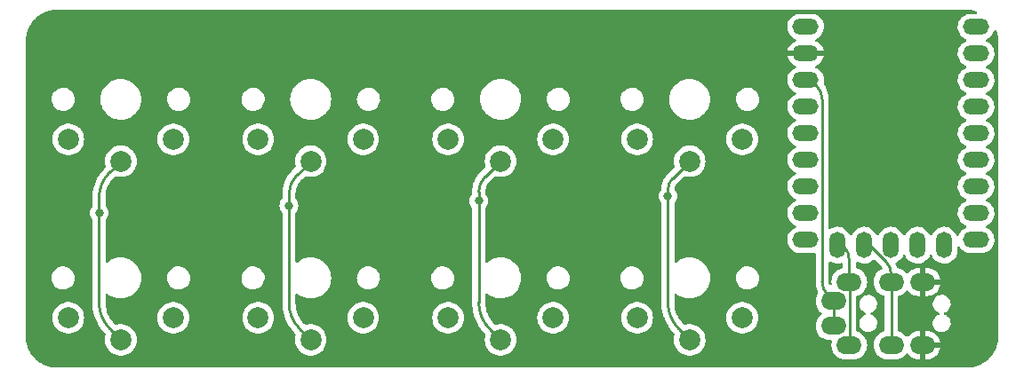
<source format=gbr>
%TF.GenerationSoftware,KiCad,Pcbnew,7.0.7*%
%TF.CreationDate,2023-09-04T22:47:59+10:00*%
%TF.ProjectId,art,6172742e-6b69-4636-9164-5f7063625858,rev?*%
%TF.SameCoordinates,Original*%
%TF.FileFunction,Copper,L1,Top*%
%TF.FilePolarity,Positive*%
%FSLAX46Y46*%
G04 Gerber Fmt 4.6, Leading zero omitted, Abs format (unit mm)*
G04 Created by KiCad (PCBNEW 7.0.7) date 2023-09-04 22:47:59*
%MOMM*%
%LPD*%
G01*
G04 APERTURE LIST*
%TA.AperFunction,ComponentPad*%
%ADD10C,2.000000*%
%TD*%
%TA.AperFunction,ComponentPad*%
%ADD11O,2.500000X1.500000*%
%TD*%
%TA.AperFunction,ComponentPad*%
%ADD12O,1.500000X2.500000*%
%TD*%
%TA.AperFunction,ComponentPad*%
%ADD13O,2.400000X1.700000*%
%TD*%
%TA.AperFunction,ViaPad*%
%ADD14C,0.800000*%
%TD*%
%TA.AperFunction,Conductor*%
%ADD15C,0.250000*%
%TD*%
G04 APERTURE END LIST*
D10*
%TO.P,SW1,1,1*%
%TO.N,Net-(D1-A-Pad1)*%
X32490394Y-40332388D03*
X42490394Y-40332388D03*
%TO.P,SW1,2,2*%
%TO.N,c1*%
X37490394Y-42432388D03*
%TD*%
%TO.P,SW8,1,1*%
%TO.N,Net-(D4-A-Pad2)*%
X86675000Y-57375000D03*
X96675000Y-57375000D03*
%TO.P,SW8,2,2*%
%TO.N,c4*%
X91675000Y-59475000D03*
%TD*%
%TO.P,SW4,1,1*%
%TO.N,Net-(D2-A-Pad2)*%
X86675000Y-40332388D03*
X96675000Y-40332388D03*
%TO.P,SW4,2,2*%
%TO.N,c4*%
X91675000Y-42432388D03*
%TD*%
%TO.P,SW7,1,1*%
%TO.N,Net-(D4-A-Pad1)*%
X68655598Y-57375000D03*
X78655598Y-57375000D03*
%TO.P,SW7,2,2*%
%TO.N,c3*%
X73655598Y-59475000D03*
%TD*%
%TO.P,SW2,1,1*%
%TO.N,Net-(D1-A-Pad2)*%
X50572996Y-40332388D03*
X60572996Y-40332388D03*
%TO.P,SW2,2,2*%
%TO.N,c2*%
X55572996Y-42432388D03*
%TD*%
%TO.P,SW3,1,1*%
%TO.N,Net-(D2-A-Pad1)*%
X68655598Y-40332388D03*
X78655598Y-40332388D03*
%TO.P,SW3,2,2*%
%TO.N,c3*%
X73655598Y-42432388D03*
%TD*%
D11*
%TO.P,U1,1,0*%
%TO.N,unconnected-(U1-0-Pad1)*%
X118952218Y-29616772D03*
%TO.P,U1,2,1*%
%TO.N,unconnected-(U1-1-Pad2)*%
X118952218Y-32156772D03*
%TO.P,U1,3,2*%
%TO.N,unconnected-(U1-2-Pad3)*%
X118952218Y-34696772D03*
%TO.P,U1,4,3*%
%TO.N,unconnected-(U1-3-Pad4)*%
X118952218Y-37236772D03*
%TO.P,U1,5,4*%
%TO.N,unconnected-(U1-4-Pad5)*%
X118952218Y-39776772D03*
%TO.P,U1,6,5*%
%TO.N,unconnected-(U1-5-Pad6)*%
X118952218Y-42316772D03*
%TO.P,U1,7,6*%
%TO.N,unconnected-(U1-6-Pad7)*%
X118952218Y-44856772D03*
%TO.P,U1,8,7*%
%TO.N,unconnected-(U1-7-Pad8)*%
X118952218Y-47396772D03*
%TO.P,U1,9,8*%
%TO.N,unconnected-(U1-8-Pad9)*%
X118952218Y-49936772D03*
D12*
%TO.P,U1,10,9*%
%TO.N,unconnected-(U1-9-Pad10)*%
X115912218Y-50436772D03*
%TO.P,U1,11,10*%
%TO.N,unconnected-(U1-10-Pad11)*%
X113372218Y-50436772D03*
%TO.P,U1,12,11*%
%TO.N,unconnected-(U1-11-Pad12)*%
X110832218Y-50436772D03*
%TO.P,U1,13,12*%
%TO.N,Net-(U1-12)*%
X108292218Y-50436772D03*
%TO.P,U1,14,13*%
%TO.N,Net-(U1-13)*%
X105752218Y-50436772D03*
D11*
%TO.P,U1,15,14*%
%TO.N,r2*%
X102712218Y-49936772D03*
%TO.P,U1,16,15*%
%TO.N,c1*%
X102712218Y-47396772D03*
%TO.P,U1,17,26*%
%TO.N,c2*%
X102712218Y-44856772D03*
%TO.P,U1,18,27*%
%TO.N,c3*%
X102712218Y-42316772D03*
%TO.P,U1,19,28*%
%TO.N,c4*%
X102712218Y-39776772D03*
%TO.P,U1,20,29*%
%TO.N,r1*%
X102712218Y-37236772D03*
%TO.P,U1,21,3V3*%
%TO.N,+3V3*%
X102712218Y-34696772D03*
%TO.P,U1,22,GND*%
%TO.N,GND*%
X102712218Y-32156772D03*
%TO.P,U1,23,5V*%
%TO.N,unconnected-(U1-5V-Pad23)*%
X102712218Y-29616772D03*
%TD*%
D13*
%TO.P,J1,R1*%
%TO.N,Net-(U1-13)*%
X106876860Y-59977684D03*
X106876860Y-53952084D03*
%TO.P,J1,R2*%
%TO.N,Net-(U1-12)*%
X110876860Y-59977684D03*
X110876860Y-53952084D03*
%TO.P,J1,S*%
%TO.N,GND*%
X113876860Y-59977684D03*
X113876860Y-53952084D03*
%TO.P,J1,T*%
%TO.N,+3V3*%
X105376860Y-58152084D03*
X105376860Y-55777684D03*
%TD*%
D10*
%TO.P,SW6,1,1*%
%TO.N,Net-(D3-A-Pad2)*%
X50572996Y-57375000D03*
X60572996Y-57375000D03*
%TO.P,SW6,2,2*%
%TO.N,c2*%
X55572996Y-59475000D03*
%TD*%
%TO.P,SW5,1,1*%
%TO.N,Net-(D3-A-Pad1)*%
X32490394Y-57375000D03*
X42490394Y-57375000D03*
%TO.P,SW5,2,2*%
%TO.N,c1*%
X37490394Y-59475000D03*
%TD*%
D14*
%TO.N,c1*%
X35433000Y-47371000D03*
%TO.N,c2*%
X53497996Y-46672272D03*
%TO.N,c3*%
X71580598Y-46222272D03*
%TO.N,c4*%
X89600000Y-45772272D03*
%TD*%
D15*
%TO.N,c1*%
X35433000Y-47371000D02*
X35424197Y-47379803D01*
X35415394Y-47401055D02*
X35415394Y-55932753D01*
X36452894Y-58437500D02*
X37490394Y-59475000D01*
X35415394Y-47340944D02*
X35415394Y-45930391D01*
X35424197Y-47362197D02*
X35433000Y-47371000D01*
X36421609Y-43501172D02*
X37490394Y-42432388D01*
X35415392Y-55932753D02*
G75*
G03*
X36452894Y-58437500I3542248J3D01*
G01*
X36421620Y-43501183D02*
G75*
G03*
X35415394Y-45930391I2429180J-2429217D01*
G01*
X35415348Y-47340944D02*
G75*
G03*
X35424197Y-47362197I30052J44D01*
G01*
X35424230Y-47379836D02*
G75*
G03*
X35415394Y-47401055I21170J-21264D01*
G01*
%TO.N,c2*%
X53497996Y-45589830D02*
X53497996Y-46672272D01*
X53497996Y-55932753D02*
X53497996Y-46672272D01*
X54535496Y-58437500D02*
X55572996Y-59475000D01*
X54263398Y-43741985D02*
X55572996Y-42432388D01*
X54263392Y-43741979D02*
G75*
G03*
X53497996Y-45589830I1847808J-1847821D01*
G01*
X53497993Y-55932753D02*
G75*
G03*
X54535496Y-58437500I3542247J3D01*
G01*
%TO.N,c3*%
X71580598Y-45364830D02*
X71580598Y-46222272D01*
X72618098Y-58437500D02*
X73655598Y-59475000D01*
X72186901Y-43901084D02*
X73655598Y-42432388D01*
X71580598Y-55932753D02*
X71580598Y-46222272D01*
X71580618Y-55932753D02*
G75*
G03*
X72618098Y-58437500I3542182J-47D01*
G01*
X72186896Y-43901079D02*
G75*
G03*
X71580598Y-45364830I1463704J-1463721D01*
G01*
%TO.N,c4*%
X90047204Y-44060183D02*
X91675000Y-42432388D01*
X89600000Y-45772272D02*
X89600000Y-55932753D01*
X89600000Y-45772272D02*
X89600000Y-45139830D01*
X90637500Y-58437500D02*
X91675000Y-59475000D01*
X89600020Y-55932753D02*
G75*
G03*
X90637501Y-58437499I3542180J-47D01*
G01*
X90047200Y-44060179D02*
G75*
G03*
X89600000Y-45139830I1079600J-1079621D01*
G01*
%TO.N,Net-(U1-13)*%
X106901860Y-53994761D02*
X106901860Y-59935006D01*
X106876860Y-51856655D02*
X106876860Y-53934406D01*
X106314539Y-50499093D02*
X105752218Y-49936772D01*
X106889360Y-59965184D02*
X106876860Y-59977684D01*
X106889353Y-59965177D02*
G75*
G03*
X106901860Y-59935006I-30153J30177D01*
G01*
X106876845Y-53934406D02*
G75*
G03*
X106889360Y-53964584I42655J6D01*
G01*
X106876898Y-51856655D02*
G75*
G03*
X106314539Y-50499093I-1919898J-45D01*
G01*
X106901892Y-53994761D02*
G75*
G03*
X106889360Y-53964584I-42692J-39D01*
G01*
%TO.N,Net-(U1-12)*%
X110876860Y-53236749D02*
X110876860Y-53952084D01*
X110876860Y-53952084D02*
X110876860Y-59977684D01*
X110371041Y-52015595D02*
X108292218Y-49936772D01*
X110876899Y-53236749D02*
G75*
G03*
X110371041Y-52015595I-1726999J-51D01*
G01*
%TO.N,+3V3*%
X103749718Y-35234272D02*
X103212218Y-34696772D01*
X104287218Y-36531911D02*
X104287218Y-53917548D01*
X105376860Y-55777684D02*
X105376860Y-58152084D01*
X104832039Y-55232863D02*
X105376860Y-55777684D01*
X104287198Y-53917548D02*
G75*
G03*
X104832040Y-55232862I1860202J48D01*
G01*
X104287216Y-36531911D02*
G75*
G03*
X103749718Y-35234272I-1835116J11D01*
G01*
%TD*%
%TA.AperFunction,Conductor*%
%TO.N,GND*%
G36*
X118073198Y-27980248D02*
G01*
X118209706Y-27987402D01*
X118349296Y-27995223D01*
X118388195Y-27997403D01*
X118394408Y-27998066D01*
X118550933Y-28022856D01*
X118709339Y-28049771D01*
X118714963Y-28051000D01*
X118870453Y-28092663D01*
X118976164Y-28123118D01*
X119035134Y-28160593D01*
X119064482Y-28224000D01*
X119054891Y-28293208D01*
X119009406Y-28346244D01*
X118942468Y-28366270D01*
X118941836Y-28366272D01*
X118396063Y-28366272D01*
X118357617Y-28369732D01*
X118228031Y-28381394D01*
X118228025Y-28381395D01*
X118011057Y-28441275D01*
X118011044Y-28441280D01*
X117808251Y-28538939D01*
X117808243Y-28538943D01*
X117626145Y-28671245D01*
X117626143Y-28671246D01*
X117470584Y-28833948D01*
X117346581Y-29021805D01*
X117258117Y-29228776D01*
X117258113Y-29228789D01*
X117208028Y-29448229D01*
X117208026Y-29448240D01*
X117197928Y-29673097D01*
X117197928Y-29673102D01*
X117228143Y-29896159D01*
X117228144Y-29896162D01*
X117297701Y-30110237D01*
X117404364Y-30308450D01*
X117404366Y-30308453D01*
X117544707Y-30484435D01*
X117544709Y-30484436D01*
X117544710Y-30484438D01*
X117714222Y-30632537D01*
X117907454Y-30747987D01*
X117966320Y-30770079D01*
X118022167Y-30812064D01*
X118046450Y-30877578D01*
X118031459Y-30945821D01*
X117981953Y-30995125D01*
X117976549Y-30997892D01*
X117808251Y-31078939D01*
X117808243Y-31078943D01*
X117626145Y-31211245D01*
X117626143Y-31211246D01*
X117470584Y-31373948D01*
X117346581Y-31561805D01*
X117258117Y-31768776D01*
X117258113Y-31768789D01*
X117208028Y-31988229D01*
X117208026Y-31988240D01*
X117202987Y-32100446D01*
X117197928Y-32213102D01*
X117228143Y-32436159D01*
X117228144Y-32436162D01*
X117297701Y-32650237D01*
X117404364Y-32848450D01*
X117404366Y-32848453D01*
X117544707Y-33024435D01*
X117544709Y-33024436D01*
X117544710Y-33024438D01*
X117714222Y-33172537D01*
X117907454Y-33287987D01*
X117966320Y-33310079D01*
X118022167Y-33352064D01*
X118046450Y-33417578D01*
X118031459Y-33485821D01*
X117981953Y-33535125D01*
X117976549Y-33537892D01*
X117808251Y-33618939D01*
X117808243Y-33618943D01*
X117626145Y-33751245D01*
X117626143Y-33751246D01*
X117470584Y-33913948D01*
X117346581Y-34101805D01*
X117258117Y-34308776D01*
X117258113Y-34308789D01*
X117208028Y-34528229D01*
X117208026Y-34528240D01*
X117197928Y-34753097D01*
X117197928Y-34753102D01*
X117228143Y-34976159D01*
X117228144Y-34976162D01*
X117297701Y-35190237D01*
X117404364Y-35388450D01*
X117404366Y-35388453D01*
X117544707Y-35564435D01*
X117544709Y-35564436D01*
X117544710Y-35564438D01*
X117714222Y-35712537D01*
X117907454Y-35827987D01*
X117966320Y-35850079D01*
X118022167Y-35892064D01*
X118046450Y-35957578D01*
X118031459Y-36025821D01*
X117981953Y-36075125D01*
X117976549Y-36077892D01*
X117808251Y-36158939D01*
X117808243Y-36158943D01*
X117626145Y-36291245D01*
X117626143Y-36291246D01*
X117470584Y-36453948D01*
X117346581Y-36641805D01*
X117258117Y-36848776D01*
X117258113Y-36848789D01*
X117208028Y-37068229D01*
X117208026Y-37068240D01*
X117197928Y-37293097D01*
X117197928Y-37293102D01*
X117228143Y-37516159D01*
X117228144Y-37516162D01*
X117297701Y-37730237D01*
X117404364Y-37928450D01*
X117404366Y-37928453D01*
X117544707Y-38104435D01*
X117544709Y-38104436D01*
X117544710Y-38104438D01*
X117714222Y-38252537D01*
X117907454Y-38367987D01*
X117966320Y-38390079D01*
X118022167Y-38432064D01*
X118046450Y-38497578D01*
X118031459Y-38565821D01*
X117981953Y-38615125D01*
X117976549Y-38617892D01*
X117808251Y-38698939D01*
X117808243Y-38698943D01*
X117626145Y-38831245D01*
X117626143Y-38831246D01*
X117470584Y-38993948D01*
X117346581Y-39181805D01*
X117258117Y-39388776D01*
X117258113Y-39388789D01*
X117208028Y-39608229D01*
X117208026Y-39608240D01*
X117202987Y-39720446D01*
X117197928Y-39833102D01*
X117228143Y-40056159D01*
X117228144Y-40056162D01*
X117297701Y-40270237D01*
X117404364Y-40468450D01*
X117404366Y-40468453D01*
X117544707Y-40644435D01*
X117544709Y-40644436D01*
X117544710Y-40644438D01*
X117714222Y-40792537D01*
X117907454Y-40907987D01*
X117966320Y-40930079D01*
X118022167Y-40972064D01*
X118046450Y-41037578D01*
X118031459Y-41105821D01*
X117981953Y-41155125D01*
X117976549Y-41157892D01*
X117808251Y-41238939D01*
X117808243Y-41238943D01*
X117626145Y-41371245D01*
X117626143Y-41371246D01*
X117470584Y-41533948D01*
X117346581Y-41721805D01*
X117258117Y-41928776D01*
X117258113Y-41928789D01*
X117208028Y-42148229D01*
X117208026Y-42148240D01*
X117202987Y-42260446D01*
X117197928Y-42373102D01*
X117228143Y-42596159D01*
X117228144Y-42596162D01*
X117297701Y-42810237D01*
X117404364Y-43008450D01*
X117404366Y-43008453D01*
X117544707Y-43184435D01*
X117544709Y-43184436D01*
X117544710Y-43184438D01*
X117714222Y-43332537D01*
X117907454Y-43447987D01*
X117966320Y-43470079D01*
X118022167Y-43512064D01*
X118046450Y-43577578D01*
X118031459Y-43645821D01*
X117981953Y-43695125D01*
X117976549Y-43697892D01*
X117808251Y-43778939D01*
X117808243Y-43778943D01*
X117626145Y-43911245D01*
X117626143Y-43911246D01*
X117470584Y-44073948D01*
X117346581Y-44261805D01*
X117258117Y-44468776D01*
X117258113Y-44468789D01*
X117208028Y-44688229D01*
X117208026Y-44688240D01*
X117197951Y-44912594D01*
X117197928Y-44913102D01*
X117228143Y-45136159D01*
X117228144Y-45136162D01*
X117297701Y-45350237D01*
X117404364Y-45548450D01*
X117404366Y-45548453D01*
X117544707Y-45724435D01*
X117544709Y-45724436D01*
X117544710Y-45724438D01*
X117714222Y-45872537D01*
X117907454Y-45987987D01*
X117966320Y-46010079D01*
X118022167Y-46052064D01*
X118046450Y-46117578D01*
X118031459Y-46185821D01*
X117981953Y-46235125D01*
X117976549Y-46237892D01*
X117808251Y-46318939D01*
X117808243Y-46318943D01*
X117626145Y-46451245D01*
X117626143Y-46451246D01*
X117470584Y-46613948D01*
X117346581Y-46801805D01*
X117258117Y-47008776D01*
X117258113Y-47008789D01*
X117208028Y-47228229D01*
X117208026Y-47228240D01*
X117202987Y-47340446D01*
X117197928Y-47453102D01*
X117228143Y-47676159D01*
X117228144Y-47676162D01*
X117297701Y-47890237D01*
X117404364Y-48088450D01*
X117404366Y-48088453D01*
X117544707Y-48264435D01*
X117544709Y-48264436D01*
X117544710Y-48264438D01*
X117714222Y-48412537D01*
X117907454Y-48527987D01*
X117966320Y-48550079D01*
X118022167Y-48592064D01*
X118046450Y-48657578D01*
X118031459Y-48725821D01*
X117981953Y-48775125D01*
X117976549Y-48777892D01*
X117808251Y-48858939D01*
X117808243Y-48858943D01*
X117626145Y-48991245D01*
X117626143Y-48991246D01*
X117470584Y-49153948D01*
X117346582Y-49341803D01*
X117297324Y-49457048D01*
X117252875Y-49510956D01*
X117186337Y-49532275D01*
X117118836Y-49514237D01*
X117071803Y-49462568D01*
X117071778Y-49462517D01*
X116990047Y-49292799D01*
X116857744Y-49110699D01*
X116857743Y-49110697D01*
X116695041Y-48955138D01*
X116507184Y-48831135D01*
X116300213Y-48742671D01*
X116300200Y-48742667D01*
X116080760Y-48692582D01*
X116080756Y-48692581D01*
X116080755Y-48692581D01*
X116080754Y-48692580D01*
X116080749Y-48692580D01*
X115855892Y-48682482D01*
X115855891Y-48682482D01*
X115855888Y-48682482D01*
X115632831Y-48712697D01*
X115632828Y-48712697D01*
X115632827Y-48712698D01*
X115418752Y-48782255D01*
X115220539Y-48888918D01*
X115220536Y-48888920D01*
X115044554Y-49029261D01*
X114896454Y-49198775D01*
X114781005Y-49392004D01*
X114781000Y-49392013D01*
X114758909Y-49450874D01*
X114716923Y-49506722D01*
X114651409Y-49531004D01*
X114583167Y-49516012D01*
X114533863Y-49466505D01*
X114531117Y-49461145D01*
X114450047Y-49292799D01*
X114317744Y-49110699D01*
X114317743Y-49110697D01*
X114155041Y-48955138D01*
X113967184Y-48831135D01*
X113760213Y-48742671D01*
X113760200Y-48742667D01*
X113540760Y-48692582D01*
X113540756Y-48692581D01*
X113540755Y-48692581D01*
X113540754Y-48692580D01*
X113540749Y-48692580D01*
X113315892Y-48682482D01*
X113315891Y-48682482D01*
X113315888Y-48682482D01*
X113092831Y-48712697D01*
X113092828Y-48712697D01*
X113092827Y-48712698D01*
X112878752Y-48782255D01*
X112680539Y-48888918D01*
X112680536Y-48888920D01*
X112504554Y-49029261D01*
X112356454Y-49198775D01*
X112241005Y-49392004D01*
X112241000Y-49392013D01*
X112218909Y-49450874D01*
X112176923Y-49506722D01*
X112111409Y-49531004D01*
X112043167Y-49516012D01*
X111993863Y-49466505D01*
X111991117Y-49461145D01*
X111910047Y-49292799D01*
X111777744Y-49110699D01*
X111777743Y-49110697D01*
X111615041Y-48955138D01*
X111427184Y-48831135D01*
X111220213Y-48742671D01*
X111220200Y-48742667D01*
X111000760Y-48692582D01*
X111000756Y-48692581D01*
X111000755Y-48692581D01*
X111000754Y-48692580D01*
X111000749Y-48692580D01*
X110775892Y-48682482D01*
X110775891Y-48682482D01*
X110775888Y-48682482D01*
X110552831Y-48712697D01*
X110552828Y-48712697D01*
X110552827Y-48712698D01*
X110338752Y-48782255D01*
X110140539Y-48888918D01*
X110140536Y-48888920D01*
X109964554Y-49029261D01*
X109816454Y-49198775D01*
X109701005Y-49392004D01*
X109701000Y-49392013D01*
X109678909Y-49450874D01*
X109636923Y-49506722D01*
X109571409Y-49531004D01*
X109503167Y-49516012D01*
X109453863Y-49466505D01*
X109451117Y-49461145D01*
X109370047Y-49292799D01*
X109237744Y-49110699D01*
X109237743Y-49110697D01*
X109075041Y-48955138D01*
X108887184Y-48831135D01*
X108680213Y-48742671D01*
X108680200Y-48742667D01*
X108460760Y-48692582D01*
X108460756Y-48692581D01*
X108460755Y-48692581D01*
X108460754Y-48692580D01*
X108460749Y-48692580D01*
X108235892Y-48682482D01*
X108235891Y-48682482D01*
X108235888Y-48682482D01*
X108012831Y-48712697D01*
X108012828Y-48712697D01*
X108012827Y-48712698D01*
X107798752Y-48782255D01*
X107600539Y-48888918D01*
X107600536Y-48888920D01*
X107424554Y-49029261D01*
X107276454Y-49198775D01*
X107161005Y-49392004D01*
X107161000Y-49392013D01*
X107138909Y-49450874D01*
X107096923Y-49506722D01*
X107031409Y-49531004D01*
X106963167Y-49516012D01*
X106913863Y-49466505D01*
X106911117Y-49461145D01*
X106830047Y-49292799D01*
X106697744Y-49110699D01*
X106697743Y-49110697D01*
X106535041Y-48955138D01*
X106347184Y-48831135D01*
X106140213Y-48742671D01*
X106140200Y-48742667D01*
X105920760Y-48692582D01*
X105920756Y-48692581D01*
X105920755Y-48692581D01*
X105920754Y-48692580D01*
X105920749Y-48692580D01*
X105695892Y-48682482D01*
X105695891Y-48682482D01*
X105695888Y-48682482D01*
X105472831Y-48712697D01*
X105472828Y-48712697D01*
X105472827Y-48712698D01*
X105258751Y-48782256D01*
X105258749Y-48782256D01*
X105095477Y-48870117D01*
X105027115Y-48884551D01*
X104961801Y-48859733D01*
X104920273Y-48803544D01*
X104912718Y-48760923D01*
X104912718Y-36490397D01*
X104912716Y-36490342D01*
X104912716Y-36453947D01*
X104912717Y-36393728D01*
X104893257Y-36221007D01*
X104881776Y-36119106D01*
X104881773Y-36119088D01*
X104873642Y-36083464D01*
X104820276Y-35849647D01*
X104728996Y-35588782D01*
X104717273Y-35564438D01*
X104609085Y-35339782D01*
X104462043Y-35105766D01*
X104452224Y-35093454D01*
X104425816Y-35028768D01*
X104428280Y-34988548D01*
X104431108Y-34976159D01*
X104456409Y-34865309D01*
X104466508Y-34640442D01*
X104436293Y-34417385D01*
X104366735Y-34203308D01*
X104260070Y-34005091D01*
X104119726Y-33829106D01*
X103950214Y-33681007D01*
X103756984Y-33565558D01*
X103756983Y-33565557D01*
X103697468Y-33543221D01*
X103641620Y-33501235D01*
X103617337Y-33435721D01*
X103632329Y-33367478D01*
X103681835Y-33318174D01*
X103687238Y-33315407D01*
X103855934Y-33234168D01*
X104037959Y-33101920D01*
X104037967Y-33101914D01*
X104193455Y-32939285D01*
X104317409Y-32751505D01*
X104405842Y-32544602D01*
X104405845Y-32544593D01*
X104437302Y-32406772D01*
X103825565Y-32406772D01*
X103758526Y-32387087D01*
X103712771Y-32334283D01*
X103702827Y-32265125D01*
X103706587Y-32247839D01*
X103712218Y-32228660D01*
X103712218Y-32084883D01*
X103706587Y-32065705D01*
X103706588Y-31995836D01*
X103744363Y-31937058D01*
X103807919Y-31908034D01*
X103825565Y-31906772D01*
X104439768Y-31906772D01*
X104439768Y-31906771D01*
X104435802Y-31877493D01*
X104366272Y-31663503D01*
X104259652Y-31465370D01*
X104259650Y-31465367D01*
X104119363Y-31289451D01*
X103949925Y-31141419D01*
X103949917Y-31141412D01*
X103756771Y-31026012D01*
X103756766Y-31026010D01*
X103697493Y-31003764D01*
X103641645Y-30961778D01*
X103617362Y-30896264D01*
X103632354Y-30828022D01*
X103681860Y-30778717D01*
X103687204Y-30775979D01*
X103856191Y-30694601D01*
X104038296Y-30562294D01*
X104193850Y-30399597D01*
X104317853Y-30211740D01*
X104331072Y-30180814D01*
X104406318Y-30004767D01*
X104406317Y-30004767D01*
X104406321Y-30004760D01*
X104456409Y-29785309D01*
X104466508Y-29560442D01*
X104436293Y-29337385D01*
X104366735Y-29123308D01*
X104260070Y-28925091D01*
X104162300Y-28802492D01*
X104119728Y-28749108D01*
X104119726Y-28749106D01*
X103950214Y-28601007D01*
X103756982Y-28485557D01*
X103638993Y-28441275D01*
X103546241Y-28406464D01*
X103324768Y-28366272D01*
X103324765Y-28366272D01*
X102156063Y-28366272D01*
X102117617Y-28369732D01*
X101988031Y-28381394D01*
X101988025Y-28381395D01*
X101771057Y-28441275D01*
X101771044Y-28441280D01*
X101568251Y-28538939D01*
X101568243Y-28538943D01*
X101386145Y-28671245D01*
X101386143Y-28671246D01*
X101230584Y-28833948D01*
X101106581Y-29021805D01*
X101018117Y-29228776D01*
X101018113Y-29228789D01*
X100968028Y-29448229D01*
X100968026Y-29448240D01*
X100957928Y-29673097D01*
X100957928Y-29673102D01*
X100988143Y-29896159D01*
X100988144Y-29896162D01*
X101057701Y-30110237D01*
X101164364Y-30308450D01*
X101164366Y-30308453D01*
X101304707Y-30484435D01*
X101304709Y-30484436D01*
X101304710Y-30484438D01*
X101474222Y-30632537D01*
X101667454Y-30747987D01*
X101726966Y-30770322D01*
X101782814Y-30812307D01*
X101807098Y-30877821D01*
X101792107Y-30946064D01*
X101742601Y-30995368D01*
X101737197Y-30998135D01*
X101568509Y-31079370D01*
X101568501Y-31079374D01*
X101386476Y-31211623D01*
X101386468Y-31211629D01*
X101230980Y-31374258D01*
X101107026Y-31562038D01*
X101018593Y-31768941D01*
X101018590Y-31768950D01*
X100987133Y-31906771D01*
X100987134Y-31906772D01*
X102598871Y-31906772D01*
X102665910Y-31926457D01*
X102711665Y-31979261D01*
X102721609Y-32048419D01*
X102717849Y-32065705D01*
X102712218Y-32084883D01*
X102712218Y-32228660D01*
X102717849Y-32247839D01*
X102717848Y-32317708D01*
X102680073Y-32376486D01*
X102616517Y-32405510D01*
X102598871Y-32406772D01*
X100984667Y-32406772D01*
X100988633Y-32436050D01*
X101058163Y-32650040D01*
X101164783Y-32848173D01*
X101164785Y-32848176D01*
X101305072Y-33024092D01*
X101474510Y-33172124D01*
X101474518Y-33172131D01*
X101667664Y-33287531D01*
X101667672Y-33287535D01*
X101726941Y-33309779D01*
X101782789Y-33351764D01*
X101807073Y-33417278D01*
X101792082Y-33485520D01*
X101742576Y-33534825D01*
X101737172Y-33537592D01*
X101568251Y-33618939D01*
X101568243Y-33618943D01*
X101386145Y-33751245D01*
X101386143Y-33751246D01*
X101230584Y-33913948D01*
X101106581Y-34101805D01*
X101018117Y-34308776D01*
X101018113Y-34308789D01*
X100968028Y-34528229D01*
X100968026Y-34528240D01*
X100957928Y-34753097D01*
X100957928Y-34753102D01*
X100988143Y-34976159D01*
X100988144Y-34976162D01*
X101057701Y-35190237D01*
X101164364Y-35388450D01*
X101164366Y-35388453D01*
X101304707Y-35564435D01*
X101304709Y-35564436D01*
X101304710Y-35564438D01*
X101474222Y-35712537D01*
X101667454Y-35827987D01*
X101726320Y-35850079D01*
X101782167Y-35892064D01*
X101806450Y-35957578D01*
X101791459Y-36025821D01*
X101741953Y-36075125D01*
X101736549Y-36077892D01*
X101568251Y-36158939D01*
X101568243Y-36158943D01*
X101386145Y-36291245D01*
X101386143Y-36291246D01*
X101230584Y-36453948D01*
X101106581Y-36641805D01*
X101018117Y-36848776D01*
X101018113Y-36848789D01*
X100968028Y-37068229D01*
X100968026Y-37068240D01*
X100957928Y-37293097D01*
X100957928Y-37293102D01*
X100988143Y-37516159D01*
X100988144Y-37516162D01*
X101057701Y-37730237D01*
X101164364Y-37928450D01*
X101164366Y-37928453D01*
X101304707Y-38104435D01*
X101304709Y-38104436D01*
X101304710Y-38104438D01*
X101474222Y-38252537D01*
X101667454Y-38367987D01*
X101726320Y-38390079D01*
X101782167Y-38432064D01*
X101806450Y-38497578D01*
X101791459Y-38565821D01*
X101741953Y-38615125D01*
X101736549Y-38617892D01*
X101568251Y-38698939D01*
X101568243Y-38698943D01*
X101386145Y-38831245D01*
X101386143Y-38831246D01*
X101230584Y-38993948D01*
X101106581Y-39181805D01*
X101018117Y-39388776D01*
X101018113Y-39388789D01*
X100968028Y-39608229D01*
X100968026Y-39608240D01*
X100962987Y-39720446D01*
X100957928Y-39833102D01*
X100988143Y-40056159D01*
X100988144Y-40056162D01*
X101057701Y-40270237D01*
X101164364Y-40468450D01*
X101164366Y-40468453D01*
X101304707Y-40644435D01*
X101304709Y-40644436D01*
X101304710Y-40644438D01*
X101474222Y-40792537D01*
X101667454Y-40907987D01*
X101726320Y-40930079D01*
X101782167Y-40972064D01*
X101806450Y-41037578D01*
X101791459Y-41105821D01*
X101741953Y-41155125D01*
X101736549Y-41157892D01*
X101568251Y-41238939D01*
X101568243Y-41238943D01*
X101386145Y-41371245D01*
X101386143Y-41371246D01*
X101230584Y-41533948D01*
X101106581Y-41721805D01*
X101018117Y-41928776D01*
X101018113Y-41928789D01*
X100968028Y-42148229D01*
X100968026Y-42148240D01*
X100962987Y-42260446D01*
X100957928Y-42373102D01*
X100988143Y-42596159D01*
X100988144Y-42596162D01*
X101057701Y-42810237D01*
X101164364Y-43008450D01*
X101164366Y-43008453D01*
X101304707Y-43184435D01*
X101304709Y-43184436D01*
X101304710Y-43184438D01*
X101474222Y-43332537D01*
X101667454Y-43447987D01*
X101726320Y-43470079D01*
X101782167Y-43512064D01*
X101806450Y-43577578D01*
X101791459Y-43645821D01*
X101741953Y-43695125D01*
X101736549Y-43697892D01*
X101568251Y-43778939D01*
X101568243Y-43778943D01*
X101386145Y-43911245D01*
X101386143Y-43911246D01*
X101230584Y-44073948D01*
X101106581Y-44261805D01*
X101018117Y-44468776D01*
X101018113Y-44468789D01*
X100968028Y-44688229D01*
X100968026Y-44688240D01*
X100957951Y-44912594D01*
X100957928Y-44913102D01*
X100988143Y-45136159D01*
X100988144Y-45136162D01*
X101057701Y-45350237D01*
X101164364Y-45548450D01*
X101164366Y-45548453D01*
X101304707Y-45724435D01*
X101304709Y-45724436D01*
X101304710Y-45724438D01*
X101474222Y-45872537D01*
X101667454Y-45987987D01*
X101726320Y-46010079D01*
X101782167Y-46052064D01*
X101806450Y-46117578D01*
X101791459Y-46185821D01*
X101741953Y-46235125D01*
X101736549Y-46237892D01*
X101568251Y-46318939D01*
X101568243Y-46318943D01*
X101386145Y-46451245D01*
X101386143Y-46451246D01*
X101230584Y-46613948D01*
X101106581Y-46801805D01*
X101018117Y-47008776D01*
X101018113Y-47008789D01*
X100968028Y-47228229D01*
X100968026Y-47228240D01*
X100962987Y-47340446D01*
X100957928Y-47453102D01*
X100988143Y-47676159D01*
X100988144Y-47676162D01*
X101057701Y-47890237D01*
X101164364Y-48088450D01*
X101164366Y-48088453D01*
X101304707Y-48264435D01*
X101304709Y-48264436D01*
X101304710Y-48264438D01*
X101474222Y-48412537D01*
X101667454Y-48527987D01*
X101726320Y-48550079D01*
X101782167Y-48592064D01*
X101806450Y-48657578D01*
X101791459Y-48725821D01*
X101741953Y-48775125D01*
X101736549Y-48777892D01*
X101568251Y-48858939D01*
X101568243Y-48858943D01*
X101386145Y-48991245D01*
X101386143Y-48991246D01*
X101230584Y-49153948D01*
X101106581Y-49341805D01*
X101018117Y-49548776D01*
X101018113Y-49548789D01*
X100968028Y-49768229D01*
X100968026Y-49768240D01*
X100957928Y-49993097D01*
X100957928Y-49993102D01*
X100988143Y-50216159D01*
X100988144Y-50216162D01*
X101057701Y-50430237D01*
X101164364Y-50628450D01*
X101164366Y-50628453D01*
X101304707Y-50804435D01*
X101304709Y-50804436D01*
X101304710Y-50804438D01*
X101474222Y-50952537D01*
X101667454Y-51067987D01*
X101878194Y-51147079D01*
X102099668Y-51187272D01*
X102099671Y-51187272D01*
X103268366Y-51187272D01*
X103268373Y-51187272D01*
X103436406Y-51172149D01*
X103500598Y-51154433D01*
X103504729Y-51153293D01*
X103574589Y-51154433D01*
X103632743Y-51193161D01*
X103660727Y-51257181D01*
X103661718Y-51272824D01*
X103661718Y-53838065D01*
X103661716Y-53838103D01*
X103661716Y-53866183D01*
X103661697Y-53866247D01*
X103661700Y-54057155D01*
X103692965Y-54334577D01*
X103692968Y-54334597D01*
X103755091Y-54606745D01*
X103755096Y-54606762D01*
X103847303Y-54870262D01*
X103883552Y-54945533D01*
X103894904Y-55014475D01*
X103873408Y-55070457D01*
X103852826Y-55099851D01*
X103752958Y-55314019D01*
X103752954Y-55314028D01*
X103691798Y-55542270D01*
X103691796Y-55542280D01*
X103671201Y-55777683D01*
X103671201Y-55777684D01*
X103691796Y-56013087D01*
X103691798Y-56013097D01*
X103752954Y-56241339D01*
X103752956Y-56241343D01*
X103752957Y-56241347D01*
X103802890Y-56348429D01*
X103852824Y-56455512D01*
X103852825Y-56455514D01*
X103988365Y-56649086D01*
X104155457Y-56816178D01*
X104222767Y-56863309D01*
X104266392Y-56917886D01*
X104273585Y-56987384D01*
X104242063Y-57049739D01*
X104222767Y-57066459D01*
X104155457Y-57113589D01*
X103988366Y-57280681D01*
X103988361Y-57280688D01*
X103852827Y-57474249D01*
X103852825Y-57474253D01*
X103752958Y-57688419D01*
X103752954Y-57688428D01*
X103691798Y-57916670D01*
X103691796Y-57916680D01*
X103671201Y-58152083D01*
X103671201Y-58152084D01*
X103691796Y-58387487D01*
X103691798Y-58387497D01*
X103752954Y-58615739D01*
X103752956Y-58615743D01*
X103752957Y-58615747D01*
X103802890Y-58722829D01*
X103852824Y-58829912D01*
X103852825Y-58829914D01*
X103988365Y-59023486D01*
X104155457Y-59190578D01*
X104349029Y-59326118D01*
X104349031Y-59326119D01*
X104563197Y-59425987D01*
X104791452Y-59487147D01*
X104967894Y-59502584D01*
X105094422Y-59502584D01*
X105161461Y-59522269D01*
X105207216Y-59575073D01*
X105217160Y-59644231D01*
X105214197Y-59658677D01*
X105191798Y-59742270D01*
X105191796Y-59742280D01*
X105171201Y-59977683D01*
X105171201Y-59977684D01*
X105191796Y-60213087D01*
X105191798Y-60213097D01*
X105252954Y-60441339D01*
X105252956Y-60441343D01*
X105252957Y-60441347D01*
X105275127Y-60488890D01*
X105352824Y-60655512D01*
X105352825Y-60655514D01*
X105488365Y-60849086D01*
X105655457Y-61016178D01*
X105849029Y-61151718D01*
X105849031Y-61151719D01*
X106063197Y-61251587D01*
X106291452Y-61312747D01*
X106467894Y-61328184D01*
X107285826Y-61328184D01*
X107462268Y-61312747D01*
X107690523Y-61251587D01*
X107904689Y-61151719D01*
X108098261Y-61016179D01*
X108265355Y-60849085D01*
X108400895Y-60655514D01*
X108500763Y-60441347D01*
X108561923Y-60213092D01*
X108582519Y-59977684D01*
X108561923Y-59742276D01*
X108500763Y-59514021D01*
X108400895Y-59299855D01*
X108400894Y-59299853D01*
X108265354Y-59106281D01*
X108098262Y-58939189D01*
X107904690Y-58803649D01*
X107904688Y-58803648D01*
X107792050Y-58751124D01*
X107690523Y-58703781D01*
X107690519Y-58703780D01*
X107690517Y-58703779D01*
X107619266Y-58684687D01*
X107559605Y-58648321D01*
X107529077Y-58585474D01*
X107527360Y-58564912D01*
X107527360Y-57831369D01*
X107822600Y-57831369D01*
X107832615Y-58016090D01*
X107832615Y-58016095D01*
X107882104Y-58194340D01*
X107882107Y-58194346D01*
X107968758Y-58357786D01*
X108066066Y-58472346D01*
X108088523Y-58498784D01*
X108235796Y-58610738D01*
X108403693Y-58688416D01*
X108403694Y-58688416D01*
X108403696Y-58688417D01*
X108458508Y-58700481D01*
X108584363Y-58728184D01*
X108584366Y-58728184D01*
X108722967Y-58728184D01*
X108722973Y-58728184D01*
X108860770Y-58713198D01*
X109036081Y-58654128D01*
X109194596Y-58558754D01*
X109328901Y-58431533D01*
X109432718Y-58278414D01*
X109501191Y-58106559D01*
X109531120Y-57924001D01*
X109521105Y-57739277D01*
X109506985Y-57688421D01*
X109471615Y-57561027D01*
X109471612Y-57561021D01*
X109384961Y-57397581D01*
X109265197Y-57256584D01*
X109186309Y-57196615D01*
X109117924Y-57144630D01*
X108985503Y-57083365D01*
X108970557Y-57076450D01*
X108917979Y-57030435D01*
X108898626Y-56963300D01*
X108918640Y-56896358D01*
X108971669Y-56850864D01*
X108983022Y-56846405D01*
X109036081Y-56828528D01*
X109194596Y-56733154D01*
X109328901Y-56605933D01*
X109432718Y-56452814D01*
X109501191Y-56280959D01*
X109531120Y-56098401D01*
X109521105Y-55913677D01*
X109505317Y-55856812D01*
X109471615Y-55735427D01*
X109471612Y-55735421D01*
X109384961Y-55571981D01*
X109265197Y-55430984D01*
X109117924Y-55319030D01*
X108950027Y-55241352D01*
X108950023Y-55241350D01*
X108769357Y-55201584D01*
X108630747Y-55201584D01*
X108630743Y-55201584D01*
X108492948Y-55216570D01*
X108317636Y-55275641D01*
X108317634Y-55275642D01*
X108159122Y-55371015D01*
X108159121Y-55371016D01*
X108024819Y-55498233D01*
X107920998Y-55651360D01*
X107852529Y-55823206D01*
X107847021Y-55856807D01*
X107827747Y-55974375D01*
X107822600Y-56005769D01*
X107832615Y-56190490D01*
X107832615Y-56190495D01*
X107882104Y-56368740D01*
X107882107Y-56368746D01*
X107968758Y-56532186D01*
X108031400Y-56605934D01*
X108088523Y-56673184D01*
X108235796Y-56785138D01*
X108383162Y-56853317D01*
X108435739Y-56899331D01*
X108455093Y-56966467D01*
X108435079Y-57033409D01*
X108382050Y-57078903D01*
X108370693Y-57083363D01*
X108322403Y-57099634D01*
X108317633Y-57101242D01*
X108159122Y-57196615D01*
X108159121Y-57196616D01*
X108024819Y-57323833D01*
X107920998Y-57476960D01*
X107852529Y-57648806D01*
X107822600Y-57831369D01*
X107527360Y-57831369D01*
X107527360Y-55364854D01*
X107547045Y-55297815D01*
X107599849Y-55252060D01*
X107619268Y-55245079D01*
X107633178Y-55241352D01*
X107690523Y-55225987D01*
X107904689Y-55126119D01*
X108098261Y-54990579D01*
X108265355Y-54823485D01*
X108400895Y-54629914D01*
X108500763Y-54415747D01*
X108561923Y-54187492D01*
X108582519Y-53952084D01*
X108561923Y-53716676D01*
X108500763Y-53488421D01*
X108400895Y-53274255D01*
X108400894Y-53274253D01*
X108265354Y-53080681D01*
X108098262Y-52913589D01*
X107904690Y-52778049D01*
X107904688Y-52778048D01*
X107783626Y-52721596D01*
X107690523Y-52678181D01*
X107690519Y-52678180D01*
X107690515Y-52678178D01*
X107594267Y-52652389D01*
X107534606Y-52616024D01*
X107504077Y-52553177D01*
X107502360Y-52532614D01*
X107502360Y-52144192D01*
X107522045Y-52077153D01*
X107574849Y-52031398D01*
X107644007Y-52021454D01*
X107692322Y-52039812D01*
X107692346Y-52039769D01*
X107692679Y-52039948D01*
X107694673Y-52040706D01*
X107697253Y-52042409D01*
X107904222Y-52130872D01*
X107904225Y-52130873D01*
X107904230Y-52130875D01*
X108123681Y-52180963D01*
X108348548Y-52191062D01*
X108571605Y-52160847D01*
X108785682Y-52091289D01*
X108983899Y-51984624D01*
X109159619Y-51844490D01*
X109224306Y-51818083D01*
X109293001Y-51830838D01*
X109324613Y-51853756D01*
X109872495Y-52401639D01*
X109872520Y-52401667D01*
X109927038Y-52456184D01*
X109930344Y-52459760D01*
X109995695Y-52536272D01*
X110024267Y-52600032D01*
X110013832Y-52669118D01*
X109967703Y-52721596D01*
X109953812Y-52729188D01*
X109849031Y-52778048D01*
X109849029Y-52778049D01*
X109655457Y-52913589D01*
X109488366Y-53080681D01*
X109488361Y-53080688D01*
X109352827Y-53274249D01*
X109352825Y-53274253D01*
X109252958Y-53488419D01*
X109252954Y-53488428D01*
X109191798Y-53716670D01*
X109191796Y-53716680D01*
X109171201Y-53952083D01*
X109171201Y-53952084D01*
X109191796Y-54187487D01*
X109191798Y-54187497D01*
X109252954Y-54415739D01*
X109252956Y-54415743D01*
X109252957Y-54415747D01*
X109275127Y-54463290D01*
X109352824Y-54629912D01*
X109352825Y-54629914D01*
X109488365Y-54823486D01*
X109655457Y-54990578D01*
X109849029Y-55126118D01*
X109849031Y-55126119D01*
X110063197Y-55225987D01*
X110063202Y-55225988D01*
X110063206Y-55225990D01*
X110159452Y-55251778D01*
X110219113Y-55288142D01*
X110249643Y-55350989D01*
X110251360Y-55371553D01*
X110251360Y-58558214D01*
X110231675Y-58625253D01*
X110178871Y-58671008D01*
X110159453Y-58677989D01*
X110063204Y-58703778D01*
X110063195Y-58703782D01*
X109849031Y-58803648D01*
X109849029Y-58803649D01*
X109655457Y-58939189D01*
X109488366Y-59106281D01*
X109488361Y-59106288D01*
X109352827Y-59299849D01*
X109352825Y-59299853D01*
X109252958Y-59514019D01*
X109252954Y-59514028D01*
X109191798Y-59742270D01*
X109191796Y-59742280D01*
X109171201Y-59977683D01*
X109171201Y-59977684D01*
X109191796Y-60213087D01*
X109191798Y-60213097D01*
X109252954Y-60441339D01*
X109252956Y-60441343D01*
X109252957Y-60441347D01*
X109275127Y-60488890D01*
X109352824Y-60655512D01*
X109352825Y-60655514D01*
X109488365Y-60849086D01*
X109655457Y-61016178D01*
X109849029Y-61151718D01*
X109849031Y-61151719D01*
X110063197Y-61251587D01*
X110291452Y-61312747D01*
X110467894Y-61328184D01*
X111285826Y-61328184D01*
X111462268Y-61312747D01*
X111690523Y-61251587D01*
X111904689Y-61151719D01*
X112098261Y-61016179D01*
X112265355Y-60849085D01*
X112275589Y-60834469D01*
X112330163Y-60790843D01*
X112399661Y-60783648D01*
X112462017Y-60815168D01*
X112478740Y-60834466D01*
X112488750Y-60848761D01*
X112488751Y-60848763D01*
X112655780Y-61015792D01*
X112655786Y-61015797D01*
X112849280Y-61151283D01*
X112849282Y-61151284D01*
X113063367Y-61251113D01*
X113063376Y-61251117D01*
X113291533Y-61312251D01*
X113291543Y-61312253D01*
X113467915Y-61327684D01*
X113626860Y-61327684D01*
X113626860Y-60601684D01*
X113646545Y-60534645D01*
X113699349Y-60488890D01*
X113750860Y-60477684D01*
X114002860Y-60477684D01*
X114069899Y-60497369D01*
X114115654Y-60550173D01*
X114126860Y-60601684D01*
X114126860Y-61327684D01*
X114285805Y-61327684D01*
X114462176Y-61312253D01*
X114462186Y-61312251D01*
X114690343Y-61251117D01*
X114690352Y-61251113D01*
X114904437Y-61151284D01*
X114904439Y-61151283D01*
X115097933Y-61015797D01*
X115097939Y-61015792D01*
X115264965Y-60848766D01*
X115400460Y-60655262D01*
X115500289Y-60441176D01*
X115500292Y-60441170D01*
X115557496Y-60227684D01*
X114740207Y-60227684D01*
X114673168Y-60207999D01*
X114627413Y-60155195D01*
X114617469Y-60086037D01*
X114621229Y-60068751D01*
X114623039Y-60062586D01*
X114626860Y-60049573D01*
X114626860Y-59905795D01*
X114621228Y-59886617D01*
X114621230Y-59816748D01*
X114659005Y-59757970D01*
X114722561Y-59728946D01*
X114740207Y-59727684D01*
X115557496Y-59727684D01*
X115557495Y-59727683D01*
X115500292Y-59514197D01*
X115500289Y-59514191D01*
X115400460Y-59300106D01*
X115400459Y-59300104D01*
X115264973Y-59106610D01*
X115264968Y-59106604D01*
X115097939Y-58939575D01*
X115097933Y-58939570D01*
X114904439Y-58804084D01*
X114904437Y-58804083D01*
X114690352Y-58704254D01*
X114690343Y-58704250D01*
X114462186Y-58643116D01*
X114462176Y-58643114D01*
X114285805Y-58627684D01*
X114126860Y-58627684D01*
X114126860Y-59353684D01*
X114107175Y-59420723D01*
X114054371Y-59466478D01*
X114002860Y-59477684D01*
X113750860Y-59477684D01*
X113683821Y-59457999D01*
X113638066Y-59405195D01*
X113626860Y-59353684D01*
X113626860Y-58627684D01*
X113467915Y-58627684D01*
X113291543Y-58643114D01*
X113291533Y-58643116D01*
X113063376Y-58704250D01*
X113063367Y-58704254D01*
X112849282Y-58804083D01*
X112849280Y-58804084D01*
X112655786Y-58939570D01*
X112655780Y-58939575D01*
X112488753Y-59106602D01*
X112488748Y-59106608D01*
X112478737Y-59120905D01*
X112424158Y-59164527D01*
X112354660Y-59171718D01*
X112292306Y-59140193D01*
X112275589Y-59120899D01*
X112265584Y-59106610D01*
X112265355Y-59106283D01*
X112265353Y-59106281D01*
X112265352Y-59106279D01*
X112098262Y-58939189D01*
X111904690Y-58803649D01*
X111904688Y-58803648D01*
X111792050Y-58751124D01*
X111690523Y-58703781D01*
X111690519Y-58703780D01*
X111690515Y-58703778D01*
X111594267Y-58677989D01*
X111534606Y-58641624D01*
X111504077Y-58578777D01*
X111502360Y-58558214D01*
X111502360Y-57831369D01*
X114822600Y-57831369D01*
X114832615Y-58016090D01*
X114832615Y-58016095D01*
X114882104Y-58194340D01*
X114882107Y-58194346D01*
X114968758Y-58357786D01*
X115066066Y-58472346D01*
X115088523Y-58498784D01*
X115235796Y-58610738D01*
X115403693Y-58688416D01*
X115403694Y-58688416D01*
X115403696Y-58688417D01*
X115458508Y-58700481D01*
X115584363Y-58728184D01*
X115584366Y-58728184D01*
X115722967Y-58728184D01*
X115722973Y-58728184D01*
X115860770Y-58713198D01*
X116036081Y-58654128D01*
X116194596Y-58558754D01*
X116328901Y-58431533D01*
X116432718Y-58278414D01*
X116501191Y-58106559D01*
X116531120Y-57924001D01*
X116521105Y-57739277D01*
X116506985Y-57688421D01*
X116471615Y-57561027D01*
X116471612Y-57561021D01*
X116384961Y-57397581D01*
X116265197Y-57256584D01*
X116186309Y-57196615D01*
X116117924Y-57144630D01*
X115985503Y-57083365D01*
X115970557Y-57076450D01*
X115917979Y-57030435D01*
X115898626Y-56963300D01*
X115918640Y-56896358D01*
X115971669Y-56850864D01*
X115983022Y-56846405D01*
X116036081Y-56828528D01*
X116194596Y-56733154D01*
X116328901Y-56605933D01*
X116432718Y-56452814D01*
X116501191Y-56280959D01*
X116531120Y-56098401D01*
X116521105Y-55913677D01*
X116505317Y-55856812D01*
X116471615Y-55735427D01*
X116471612Y-55735421D01*
X116384961Y-55571981D01*
X116265197Y-55430984D01*
X116117924Y-55319030D01*
X115950027Y-55241352D01*
X115950023Y-55241350D01*
X115769357Y-55201584D01*
X115630747Y-55201584D01*
X115630743Y-55201584D01*
X115492948Y-55216570D01*
X115317636Y-55275641D01*
X115317634Y-55275642D01*
X115159122Y-55371015D01*
X115159121Y-55371016D01*
X115024819Y-55498233D01*
X114920998Y-55651360D01*
X114852529Y-55823206D01*
X114847021Y-55856807D01*
X114827747Y-55974375D01*
X114822600Y-56005769D01*
X114832615Y-56190490D01*
X114832615Y-56190495D01*
X114882104Y-56368740D01*
X114882107Y-56368746D01*
X114968758Y-56532186D01*
X115031400Y-56605934D01*
X115088523Y-56673184D01*
X115235796Y-56785138D01*
X115383162Y-56853317D01*
X115435739Y-56899331D01*
X115455093Y-56966467D01*
X115435079Y-57033409D01*
X115382050Y-57078903D01*
X115370693Y-57083363D01*
X115322403Y-57099634D01*
X115317633Y-57101242D01*
X115159122Y-57196615D01*
X115159121Y-57196616D01*
X115024819Y-57323833D01*
X114920998Y-57476960D01*
X114852529Y-57648806D01*
X114822600Y-57831369D01*
X111502360Y-57831369D01*
X111502360Y-55371553D01*
X111522045Y-55304514D01*
X111574849Y-55258759D01*
X111594268Y-55251778D01*
X111690513Y-55225990D01*
X111690514Y-55225989D01*
X111690523Y-55225987D01*
X111904689Y-55126119D01*
X112098261Y-54990579D01*
X112265355Y-54823485D01*
X112275589Y-54808869D01*
X112330163Y-54765243D01*
X112399661Y-54758048D01*
X112462017Y-54789568D01*
X112478740Y-54808866D01*
X112488750Y-54823161D01*
X112488751Y-54823163D01*
X112655780Y-54990192D01*
X112655786Y-54990197D01*
X112849280Y-55125683D01*
X112849282Y-55125684D01*
X113063367Y-55225513D01*
X113063376Y-55225517D01*
X113291533Y-55286651D01*
X113291543Y-55286653D01*
X113467915Y-55302084D01*
X113626860Y-55302084D01*
X113626860Y-54576084D01*
X113646545Y-54509045D01*
X113699349Y-54463290D01*
X113750860Y-54452084D01*
X114002860Y-54452084D01*
X114069899Y-54471769D01*
X114115654Y-54524573D01*
X114126860Y-54576084D01*
X114126860Y-55302084D01*
X114285805Y-55302084D01*
X114462176Y-55286653D01*
X114462186Y-55286651D01*
X114690343Y-55225517D01*
X114690352Y-55225513D01*
X114904437Y-55125684D01*
X114904439Y-55125683D01*
X115097933Y-54990197D01*
X115097939Y-54990192D01*
X115264965Y-54823166D01*
X115400460Y-54629662D01*
X115500289Y-54415576D01*
X115500292Y-54415570D01*
X115557496Y-54202084D01*
X114740207Y-54202084D01*
X114673168Y-54182399D01*
X114627413Y-54129595D01*
X114617469Y-54060437D01*
X114621229Y-54043151D01*
X114621761Y-54041337D01*
X114626860Y-54023973D01*
X114626860Y-53880195D01*
X114621228Y-53861017D01*
X114621230Y-53791148D01*
X114659005Y-53732370D01*
X114722561Y-53703346D01*
X114740207Y-53702084D01*
X115557496Y-53702084D01*
X115557495Y-53702083D01*
X115500292Y-53488597D01*
X115500289Y-53488591D01*
X115400460Y-53274506D01*
X115400459Y-53274504D01*
X115264973Y-53081010D01*
X115264968Y-53081004D01*
X115097939Y-52913975D01*
X115097933Y-52913970D01*
X114904439Y-52778484D01*
X114904437Y-52778483D01*
X114690352Y-52678654D01*
X114690343Y-52678650D01*
X114462186Y-52617516D01*
X114462176Y-52617514D01*
X114285805Y-52602084D01*
X114126860Y-52602084D01*
X114126860Y-53328084D01*
X114107175Y-53395123D01*
X114054371Y-53440878D01*
X114002860Y-53452084D01*
X113750860Y-53452084D01*
X113683821Y-53432399D01*
X113638066Y-53379595D01*
X113626860Y-53328084D01*
X113626860Y-52602084D01*
X113467915Y-52602084D01*
X113291543Y-52617514D01*
X113291533Y-52617516D01*
X113063376Y-52678650D01*
X113063367Y-52678654D01*
X112849282Y-52778483D01*
X112849280Y-52778484D01*
X112655786Y-52913970D01*
X112655780Y-52913975D01*
X112488753Y-53081002D01*
X112488748Y-53081008D01*
X112478737Y-53095305D01*
X112424158Y-53138927D01*
X112354660Y-53146118D01*
X112292306Y-53114593D01*
X112275589Y-53095299D01*
X112265584Y-53081010D01*
X112265355Y-53080683D01*
X112265353Y-53080681D01*
X112265352Y-53080679D01*
X112098262Y-52913589D01*
X111904690Y-52778049D01*
X111904688Y-52778048D01*
X111783626Y-52721596D01*
X111690523Y-52678181D01*
X111690519Y-52678180D01*
X111690515Y-52678178D01*
X111484883Y-52623080D01*
X111425222Y-52586715D01*
X111399936Y-52544263D01*
X111395859Y-52532614D01*
X111326725Y-52335058D01*
X111284715Y-52247830D01*
X111273362Y-52178892D01*
X111301083Y-52114756D01*
X111337673Y-52084836D01*
X111523899Y-51984624D01*
X111699884Y-51844280D01*
X111847983Y-51674768D01*
X111963433Y-51481536D01*
X111985525Y-51422669D01*
X112027510Y-51366823D01*
X112093024Y-51342539D01*
X112161266Y-51357530D01*
X112210571Y-51407036D01*
X112213338Y-51412440D01*
X112294385Y-51580738D01*
X112294389Y-51580746D01*
X112426691Y-51762844D01*
X112426692Y-51762846D01*
X112589394Y-51918405D01*
X112777251Y-52042408D01*
X112984222Y-52130872D01*
X112984225Y-52130873D01*
X112984230Y-52130875D01*
X113203681Y-52180963D01*
X113428548Y-52191062D01*
X113651605Y-52160847D01*
X113865682Y-52091289D01*
X114063899Y-51984624D01*
X114239884Y-51844280D01*
X114387983Y-51674768D01*
X114503433Y-51481536D01*
X114525525Y-51422669D01*
X114567510Y-51366823D01*
X114633024Y-51342539D01*
X114701266Y-51357530D01*
X114750571Y-51407036D01*
X114753338Y-51412440D01*
X114834385Y-51580738D01*
X114834389Y-51580746D01*
X114966691Y-51762844D01*
X114966692Y-51762846D01*
X115129394Y-51918405D01*
X115317251Y-52042408D01*
X115524222Y-52130872D01*
X115524225Y-52130873D01*
X115524230Y-52130875D01*
X115743681Y-52180963D01*
X115968548Y-52191062D01*
X116191605Y-52160847D01*
X116405682Y-52091289D01*
X116603899Y-51984624D01*
X116779884Y-51844280D01*
X116927983Y-51674768D01*
X117043433Y-51481536D01*
X117122525Y-51270796D01*
X117152023Y-51108253D01*
X117162718Y-51049321D01*
X117162718Y-50671502D01*
X117182403Y-50604463D01*
X117235207Y-50558708D01*
X117304365Y-50548764D01*
X117367921Y-50577789D01*
X117395913Y-50612744D01*
X117404364Y-50628450D01*
X117404366Y-50628453D01*
X117544707Y-50804435D01*
X117544709Y-50804436D01*
X117544710Y-50804438D01*
X117714222Y-50952537D01*
X117907454Y-51067987D01*
X118118194Y-51147079D01*
X118339668Y-51187272D01*
X118339671Y-51187272D01*
X119508366Y-51187272D01*
X119508373Y-51187272D01*
X119676406Y-51172149D01*
X119740598Y-51154433D01*
X119893378Y-51112268D01*
X119893380Y-51112267D01*
X119893388Y-51112265D01*
X120096191Y-51014601D01*
X120278296Y-50882294D01*
X120433850Y-50719597D01*
X120557853Y-50531740D01*
X120646321Y-50324760D01*
X120696409Y-50105309D01*
X120706508Y-49880442D01*
X120676293Y-49657385D01*
X120606735Y-49443308D01*
X120500070Y-49245091D01*
X120427385Y-49153947D01*
X120359728Y-49069108D01*
X120314123Y-49029264D01*
X120190214Y-48921007D01*
X119996985Y-48805559D01*
X119996986Y-48805559D01*
X119996984Y-48805558D01*
X119996982Y-48805557D01*
X119938114Y-48783463D01*
X119882268Y-48741478D01*
X119857985Y-48675963D01*
X119872977Y-48607721D01*
X119922483Y-48558417D01*
X119927828Y-48555679D01*
X120096191Y-48474601D01*
X120278296Y-48342294D01*
X120433850Y-48179597D01*
X120557853Y-47991740D01*
X120646321Y-47784760D01*
X120696409Y-47565309D01*
X120706508Y-47340442D01*
X120676293Y-47117385D01*
X120606735Y-46903308D01*
X120500070Y-46705091D01*
X120408731Y-46590556D01*
X120359728Y-46529108D01*
X120359726Y-46529106D01*
X120190214Y-46381007D01*
X119996985Y-46265559D01*
X119996986Y-46265559D01*
X119996984Y-46265558D01*
X119996982Y-46265557D01*
X119938114Y-46243463D01*
X119882268Y-46201478D01*
X119857985Y-46135963D01*
X119872977Y-46067721D01*
X119922483Y-46018417D01*
X119927828Y-46015679D01*
X120096191Y-45934601D01*
X120278296Y-45802294D01*
X120433850Y-45639597D01*
X120557853Y-45451740D01*
X120566835Y-45430727D01*
X120646318Y-45244767D01*
X120646317Y-45244767D01*
X120646321Y-45244760D01*
X120696409Y-45025309D01*
X120706508Y-44800442D01*
X120676293Y-44577385D01*
X120606735Y-44363308D01*
X120500070Y-44165091D01*
X120427385Y-44073947D01*
X120359728Y-43989108D01*
X120359726Y-43989106D01*
X120190214Y-43841007D01*
X119996985Y-43725559D01*
X119996986Y-43725559D01*
X119996984Y-43725558D01*
X119996982Y-43725557D01*
X119938114Y-43703463D01*
X119882268Y-43661478D01*
X119857985Y-43595963D01*
X119872977Y-43527721D01*
X119922483Y-43478417D01*
X119927828Y-43475679D01*
X120096191Y-43394601D01*
X120278296Y-43262294D01*
X120433850Y-43099597D01*
X120557853Y-42911740D01*
X120646321Y-42704760D01*
X120696409Y-42485309D01*
X120706508Y-42260442D01*
X120676293Y-42037385D01*
X120606735Y-41823308D01*
X120500070Y-41625091D01*
X120359726Y-41449106D01*
X120190214Y-41301007D01*
X119996985Y-41185559D01*
X119996986Y-41185559D01*
X119996984Y-41185558D01*
X119996982Y-41185557D01*
X119938114Y-41163463D01*
X119882268Y-41121478D01*
X119857985Y-41055963D01*
X119872977Y-40987721D01*
X119922483Y-40938417D01*
X119927828Y-40935679D01*
X120096191Y-40854601D01*
X120278296Y-40722294D01*
X120433850Y-40559597D01*
X120557853Y-40371740D01*
X120646321Y-40164760D01*
X120696409Y-39945309D01*
X120706508Y-39720442D01*
X120676293Y-39497385D01*
X120606735Y-39283308D01*
X120500070Y-39085091D01*
X120359726Y-38909106D01*
X120190214Y-38761007D01*
X119996985Y-38645559D01*
X119996986Y-38645559D01*
X119996984Y-38645558D01*
X119996982Y-38645557D01*
X119938114Y-38623463D01*
X119882268Y-38581478D01*
X119857985Y-38515963D01*
X119872977Y-38447721D01*
X119922483Y-38398417D01*
X119927828Y-38395679D01*
X120096191Y-38314601D01*
X120278296Y-38182294D01*
X120433850Y-38019597D01*
X120557853Y-37831740D01*
X120565878Y-37812966D01*
X120646318Y-37624767D01*
X120646317Y-37624767D01*
X120646321Y-37624760D01*
X120696409Y-37405309D01*
X120706508Y-37180442D01*
X120676293Y-36957385D01*
X120606735Y-36743308D01*
X120500070Y-36545091D01*
X120427385Y-36453947D01*
X120359728Y-36369108D01*
X120359726Y-36369106D01*
X120190214Y-36221007D01*
X119996985Y-36105559D01*
X119996986Y-36105559D01*
X119996984Y-36105558D01*
X119996982Y-36105557D01*
X119938114Y-36083463D01*
X119882268Y-36041478D01*
X119857985Y-35975963D01*
X119872977Y-35907721D01*
X119922483Y-35858417D01*
X119927828Y-35855679D01*
X120096191Y-35774601D01*
X120278296Y-35642294D01*
X120433850Y-35479597D01*
X120557853Y-35291740D01*
X120574921Y-35251809D01*
X120646318Y-35084767D01*
X120646317Y-35084767D01*
X120646321Y-35084760D01*
X120696409Y-34865309D01*
X120706508Y-34640442D01*
X120676293Y-34417385D01*
X120606735Y-34203308D01*
X120500070Y-34005091D01*
X120359726Y-33829106D01*
X120190214Y-33681007D01*
X119996985Y-33565559D01*
X119996986Y-33565559D01*
X119996984Y-33565558D01*
X119996982Y-33565557D01*
X119938114Y-33543463D01*
X119882268Y-33501478D01*
X119857985Y-33435963D01*
X119872977Y-33367721D01*
X119922483Y-33318417D01*
X119927828Y-33315679D01*
X120096191Y-33234601D01*
X120278296Y-33102294D01*
X120433850Y-32939597D01*
X120557853Y-32751740D01*
X120557954Y-32751505D01*
X120646318Y-32544767D01*
X120646317Y-32544767D01*
X120646321Y-32544760D01*
X120696409Y-32325309D01*
X120706508Y-32100442D01*
X120676293Y-31877385D01*
X120606735Y-31663308D01*
X120500070Y-31465091D01*
X120427385Y-31373947D01*
X120359728Y-31289108D01*
X120359726Y-31289106D01*
X120190214Y-31141007D01*
X119996985Y-31025559D01*
X119996986Y-31025559D01*
X119996984Y-31025558D01*
X119996982Y-31025557D01*
X119938114Y-31003463D01*
X119882268Y-30961478D01*
X119857985Y-30895963D01*
X119872977Y-30827721D01*
X119922483Y-30778417D01*
X119927828Y-30775679D01*
X120096191Y-30694601D01*
X120278296Y-30562294D01*
X120433850Y-30399597D01*
X120557853Y-30211740D01*
X120571072Y-30180814D01*
X120646318Y-30004767D01*
X120646317Y-30004767D01*
X120646321Y-30004760D01*
X120646321Y-30004756D01*
X120646323Y-30004753D01*
X120652428Y-29978004D01*
X120686535Y-29917025D01*
X120748196Y-29884167D01*
X120817834Y-29889861D01*
X120873338Y-29932300D01*
X120889084Y-29961159D01*
X120912952Y-30023342D01*
X120914648Y-30028399D01*
X120958555Y-30180814D01*
X121000206Y-30336267D01*
X121001443Y-30341932D01*
X121028362Y-30500384D01*
X121053137Y-30656832D01*
X121053804Y-30663059D01*
X121063468Y-30835216D01*
X121070993Y-30978848D01*
X121071078Y-30982092D01*
X121071078Y-59134066D01*
X121070993Y-59137312D01*
X121064020Y-59270360D01*
X121053794Y-59452587D01*
X121053127Y-59458816D01*
X121028804Y-59612391D01*
X121001391Y-59773728D01*
X121000154Y-59779392D01*
X120958990Y-59933019D01*
X120914550Y-60087276D01*
X120912854Y-60092333D01*
X120855284Y-60242311D01*
X120794293Y-60389555D01*
X120792255Y-60393975D01*
X120789297Y-60399782D01*
X120718914Y-60537917D01*
X120642033Y-60677022D01*
X120639766Y-60680800D01*
X120551450Y-60816794D01*
X120459567Y-60946290D01*
X120457185Y-60949431D01*
X120355794Y-61074639D01*
X120353840Y-61076935D01*
X120249011Y-61194237D01*
X120246622Y-61196765D01*
X120132663Y-61310723D01*
X120130136Y-61313113D01*
X120012814Y-61417958D01*
X120010518Y-61419912D01*
X119885329Y-61521286D01*
X119882189Y-61523668D01*
X119752701Y-61615545D01*
X119616686Y-61703872D01*
X119612909Y-61706139D01*
X119473811Y-61783016D01*
X119329869Y-61856358D01*
X119325446Y-61858396D01*
X119178192Y-61919391D01*
X119028219Y-61976959D01*
X119023162Y-61978655D01*
X118868906Y-62023095D01*
X118715284Y-62064255D01*
X118709620Y-62065493D01*
X118548227Y-62092914D01*
X118394710Y-62117228D01*
X118388483Y-62117894D01*
X118208042Y-62128027D01*
X118114066Y-62132951D01*
X118072968Y-62135105D01*
X118069729Y-62135190D01*
X31427772Y-62135190D01*
X31424527Y-62135105D01*
X31292659Y-62128193D01*
X31109144Y-62117888D01*
X31102917Y-62117222D01*
X30950384Y-62093063D01*
X30787999Y-62065471D01*
X30782336Y-62064234D01*
X30629383Y-62023252D01*
X30605252Y-62016300D01*
X30474437Y-61978612D01*
X30469380Y-61976917D01*
X30319916Y-61919543D01*
X30172170Y-61858344D01*
X30167748Y-61856305D01*
X30024182Y-61783155D01*
X29884695Y-61706064D01*
X29880924Y-61703801D01*
X29806658Y-61655572D01*
X29745244Y-61615689D01*
X29615413Y-61523569D01*
X29612272Y-61521187D01*
X29487359Y-61420033D01*
X29485077Y-61418092D01*
X29367458Y-61312981D01*
X29364945Y-61310604D01*
X29251236Y-61196897D01*
X29248847Y-61194369D01*
X29143718Y-61076730D01*
X29141827Y-61074508D01*
X29040648Y-60949562D01*
X29038269Y-60946425D01*
X28946159Y-60816607D01*
X28893470Y-60735475D01*
X28858021Y-60680888D01*
X28855780Y-60677154D01*
X28778686Y-60537662D01*
X28759373Y-60499758D01*
X28705521Y-60394067D01*
X28703489Y-60389657D01*
X28642303Y-60241939D01*
X28636831Y-60227684D01*
X28584914Y-60092436D01*
X28583224Y-60087392D01*
X28538597Y-59932491D01*
X28526305Y-59886617D01*
X28497597Y-59779477D01*
X28496371Y-59773867D01*
X28468791Y-59611551D01*
X28444612Y-59458887D01*
X28443950Y-59452692D01*
X28433678Y-59269792D01*
X28426732Y-59137272D01*
X28426648Y-59134030D01*
X28426648Y-57375005D01*
X30984751Y-57375005D01*
X31005284Y-57622812D01*
X31005286Y-57622824D01*
X31066330Y-57863881D01*
X31166220Y-58091606D01*
X31302227Y-58299782D01*
X31302230Y-58299785D01*
X31470650Y-58482738D01*
X31666885Y-58635474D01*
X31681006Y-58643116D01*
X31810504Y-58713197D01*
X31885584Y-58753828D01*
X32120780Y-58834571D01*
X32366059Y-58875500D01*
X32614729Y-58875500D01*
X32860008Y-58834571D01*
X33095204Y-58753828D01*
X33313903Y-58635474D01*
X33510138Y-58482738D01*
X33678558Y-58299785D01*
X33814567Y-58091607D01*
X33914457Y-57863881D01*
X33975502Y-57622821D01*
X33975503Y-57622812D01*
X33996037Y-57375005D01*
X33996037Y-57374994D01*
X33975503Y-57127187D01*
X33975501Y-57127175D01*
X33914457Y-56886118D01*
X33814567Y-56658393D01*
X33678560Y-56450217D01*
X33656951Y-56426744D01*
X33510138Y-56267262D01*
X33313903Y-56114526D01*
X33313901Y-56114525D01*
X33313900Y-56114524D01*
X33095205Y-55996172D01*
X33095196Y-55996169D01*
X32860010Y-55915429D01*
X32614729Y-55874500D01*
X32366059Y-55874500D01*
X32120777Y-55915429D01*
X31885591Y-55996169D01*
X31885582Y-55996172D01*
X31666887Y-56114524D01*
X31470651Y-56267261D01*
X31302227Y-56450217D01*
X31166220Y-56658393D01*
X31066330Y-56886118D01*
X31005286Y-57127175D01*
X31005284Y-57127187D01*
X30984751Y-57374994D01*
X30984751Y-57375005D01*
X28426648Y-57375005D01*
X28426648Y-53522401D01*
X30886140Y-53522401D01*
X30896139Y-53732327D01*
X30945690Y-53936578D01*
X30945692Y-53936582D01*
X31032992Y-54127743D01*
X31032995Y-54127748D01*
X31032996Y-54127750D01*
X31032998Y-54127753D01*
X31143465Y-54282882D01*
X31154909Y-54298953D01*
X31154914Y-54298959D01*
X31307014Y-54443985D01*
X31401972Y-54505011D01*
X31483822Y-54557613D01*
X31678937Y-54635725D01*
X31782122Y-54655612D01*
X31885308Y-54675500D01*
X31885309Y-54675500D01*
X32042813Y-54675500D01*
X32042819Y-54675500D01*
X32199612Y-54660528D01*
X32401269Y-54601316D01*
X32588076Y-54505011D01*
X32753280Y-54375092D01*
X32890913Y-54216256D01*
X32898981Y-54202283D01*
X32982771Y-54057154D01*
X32995998Y-54034244D01*
X33064738Y-53835633D01*
X33094648Y-53627602D01*
X33084648Y-53417670D01*
X33035098Y-53213424D01*
X33035095Y-53213417D01*
X32947795Y-53022256D01*
X32947792Y-53022251D01*
X32947791Y-53022250D01*
X32947790Y-53022247D01*
X32825880Y-52851048D01*
X32825878Y-52851046D01*
X32825873Y-52851040D01*
X32673773Y-52706014D01*
X32496968Y-52592388D01*
X32301849Y-52514274D01*
X32095480Y-52474500D01*
X32095479Y-52474500D01*
X31937969Y-52474500D01*
X31781176Y-52489472D01*
X31781172Y-52489473D01*
X31579521Y-52548683D01*
X31392707Y-52644991D01*
X31227510Y-52774905D01*
X31227506Y-52774909D01*
X31089872Y-52933746D01*
X30984792Y-53115750D01*
X30916050Y-53314365D01*
X30916050Y-53314367D01*
X30891026Y-53488419D01*
X30886140Y-53522401D01*
X28426648Y-53522401D01*
X28426648Y-47371000D01*
X34527540Y-47371000D01*
X34547326Y-47559256D01*
X34547327Y-47559259D01*
X34605818Y-47739277D01*
X34605821Y-47739284D01*
X34692973Y-47890237D01*
X34700467Y-47903216D01*
X34758045Y-47967162D01*
X34788274Y-48030152D01*
X34789894Y-48050133D01*
X34789894Y-55973685D01*
X34789916Y-55974375D01*
X34789917Y-56114769D01*
X34821636Y-56477314D01*
X34884832Y-56835715D01*
X34979024Y-57187244D01*
X35103496Y-57529226D01*
X35177729Y-57688419D01*
X35257298Y-57859056D01*
X35257297Y-57859056D01*
X35417770Y-58137002D01*
X35439257Y-58174218D01*
X35439268Y-58174236D01*
X35567791Y-58357786D01*
X35648006Y-58472345D01*
X35648007Y-58472346D01*
X35648006Y-58472346D01*
X35842205Y-58703782D01*
X35850105Y-58713197D01*
X35881937Y-58751132D01*
X35931172Y-58800367D01*
X35931178Y-58800378D01*
X36026731Y-58895929D01*
X36060217Y-58957252D01*
X36059257Y-59014051D01*
X36005286Y-59227175D01*
X36005284Y-59227187D01*
X35984751Y-59474994D01*
X35984751Y-59475005D01*
X36005284Y-59722812D01*
X36005286Y-59722824D01*
X36066330Y-59963881D01*
X36166220Y-60191606D01*
X36302227Y-60399782D01*
X36334639Y-60434991D01*
X36470650Y-60582738D01*
X36666885Y-60735474D01*
X36666887Y-60735475D01*
X36876821Y-60849086D01*
X36885584Y-60853828D01*
X37120780Y-60934571D01*
X37366059Y-60975500D01*
X37614729Y-60975500D01*
X37860008Y-60934571D01*
X38095204Y-60853828D01*
X38313903Y-60735474D01*
X38510138Y-60582738D01*
X38678558Y-60399785D01*
X38814567Y-60191607D01*
X38914457Y-59963881D01*
X38975502Y-59722821D01*
X38982014Y-59644231D01*
X38996037Y-59475005D01*
X38996037Y-59474994D01*
X38975503Y-59227187D01*
X38975501Y-59227175D01*
X38914457Y-58986118D01*
X38814567Y-58758393D01*
X38678560Y-58550217D01*
X38631212Y-58498784D01*
X38510138Y-58367262D01*
X38313903Y-58214526D01*
X38313901Y-58214525D01*
X38313900Y-58214524D01*
X38095205Y-58096172D01*
X38095196Y-58096169D01*
X37860010Y-58015429D01*
X37614729Y-57974500D01*
X37366059Y-57974500D01*
X37120780Y-58015428D01*
X37041108Y-58042780D01*
X36971310Y-58045929D01*
X36913165Y-58013179D01*
X36896282Y-57996296D01*
X36894183Y-57994092D01*
X36705020Y-57785384D01*
X36701158Y-57780678D01*
X36534279Y-57555668D01*
X36530897Y-57550606D01*
X36518088Y-57529236D01*
X36425646Y-57375005D01*
X40984751Y-57375005D01*
X41005284Y-57622812D01*
X41005286Y-57622824D01*
X41066330Y-57863881D01*
X41166220Y-58091606D01*
X41302227Y-58299782D01*
X41302230Y-58299785D01*
X41470650Y-58482738D01*
X41666885Y-58635474D01*
X41681006Y-58643116D01*
X41810504Y-58713197D01*
X41885584Y-58753828D01*
X42120780Y-58834571D01*
X42366059Y-58875500D01*
X42614729Y-58875500D01*
X42860008Y-58834571D01*
X43095204Y-58753828D01*
X43313903Y-58635474D01*
X43510138Y-58482738D01*
X43678558Y-58299785D01*
X43814567Y-58091607D01*
X43914457Y-57863881D01*
X43975502Y-57622821D01*
X43975503Y-57622812D01*
X43996037Y-57375005D01*
X49067353Y-57375005D01*
X49087886Y-57622812D01*
X49087888Y-57622824D01*
X49148932Y-57863881D01*
X49248822Y-58091606D01*
X49384829Y-58299782D01*
X49384832Y-58299785D01*
X49553252Y-58482738D01*
X49749487Y-58635474D01*
X49763608Y-58643116D01*
X49893106Y-58713197D01*
X49968186Y-58753828D01*
X50203382Y-58834571D01*
X50448661Y-58875500D01*
X50697331Y-58875500D01*
X50942610Y-58834571D01*
X51177806Y-58753828D01*
X51396505Y-58635474D01*
X51592740Y-58482738D01*
X51761160Y-58299785D01*
X51897169Y-58091607D01*
X51997059Y-57863881D01*
X52058104Y-57622821D01*
X52058105Y-57622812D01*
X52078639Y-57375005D01*
X52078639Y-57374994D01*
X52058105Y-57127187D01*
X52058103Y-57127175D01*
X51997059Y-56886118D01*
X51897169Y-56658393D01*
X51761162Y-56450217D01*
X51739553Y-56426744D01*
X51592740Y-56267262D01*
X51396505Y-56114526D01*
X51396503Y-56114525D01*
X51396502Y-56114524D01*
X51177807Y-55996172D01*
X51177798Y-55996169D01*
X50942612Y-55915429D01*
X50697331Y-55874500D01*
X50448661Y-55874500D01*
X50203379Y-55915429D01*
X49968193Y-55996169D01*
X49968184Y-55996172D01*
X49749489Y-56114524D01*
X49553253Y-56267261D01*
X49384829Y-56450217D01*
X49248822Y-56658393D01*
X49148932Y-56886118D01*
X49087888Y-57127175D01*
X49087886Y-57127187D01*
X49067353Y-57374994D01*
X49067353Y-57375005D01*
X43996037Y-57375005D01*
X43996037Y-57374994D01*
X43975503Y-57127187D01*
X43975501Y-57127175D01*
X43914457Y-56886118D01*
X43814567Y-56658393D01*
X43678560Y-56450217D01*
X43656951Y-56426744D01*
X43510138Y-56267262D01*
X43313903Y-56114526D01*
X43313901Y-56114525D01*
X43313900Y-56114524D01*
X43095205Y-55996172D01*
X43095196Y-55996169D01*
X42860010Y-55915429D01*
X42614729Y-55874500D01*
X42366059Y-55874500D01*
X42120777Y-55915429D01*
X41885591Y-55996169D01*
X41885582Y-55996172D01*
X41666887Y-56114524D01*
X41470651Y-56267261D01*
X41302227Y-56450217D01*
X41166220Y-56658393D01*
X41066330Y-56886118D01*
X41005286Y-57127175D01*
X41005284Y-57127187D01*
X40984751Y-57374994D01*
X40984751Y-57375005D01*
X36425646Y-57375005D01*
X36386882Y-57310332D01*
X36384014Y-57304966D01*
X36264235Y-57051715D01*
X36261911Y-57046105D01*
X36167534Y-56782338D01*
X36165769Y-56776519D01*
X36097701Y-56504777D01*
X36096513Y-56498806D01*
X36096508Y-56498775D01*
X36055406Y-56221693D01*
X36054812Y-56215645D01*
X36040969Y-55933879D01*
X36040894Y-55930836D01*
X36040894Y-55174114D01*
X36060579Y-55107075D01*
X36113383Y-55061320D01*
X36182541Y-55051376D01*
X36239204Y-55074847D01*
X36433178Y-55220054D01*
X36433186Y-55220059D01*
X36678051Y-55353766D01*
X36678055Y-55353768D01*
X36678057Y-55353769D01*
X36939471Y-55451271D01*
X37075785Y-55480924D01*
X37212094Y-55510577D01*
X37212096Y-55510577D01*
X37212100Y-55510578D01*
X37420737Y-55525500D01*
X37560051Y-55525500D01*
X37768688Y-55510578D01*
X38041317Y-55451271D01*
X38302731Y-55353769D01*
X38547607Y-55220056D01*
X38770962Y-55052855D01*
X38968249Y-54855568D01*
X39135450Y-54632213D01*
X39269163Y-54387337D01*
X39366665Y-54125923D01*
X39425972Y-53853294D01*
X39445876Y-53575000D01*
X39442114Y-53522401D01*
X41886140Y-53522401D01*
X41896139Y-53732327D01*
X41945690Y-53936578D01*
X41945692Y-53936582D01*
X42032992Y-54127743D01*
X42032995Y-54127748D01*
X42032996Y-54127750D01*
X42032998Y-54127753D01*
X42143465Y-54282882D01*
X42154909Y-54298953D01*
X42154914Y-54298959D01*
X42307014Y-54443985D01*
X42401972Y-54505011D01*
X42483822Y-54557613D01*
X42678937Y-54635725D01*
X42782123Y-54655612D01*
X42885308Y-54675500D01*
X42885309Y-54675500D01*
X43042813Y-54675500D01*
X43042819Y-54675500D01*
X43199612Y-54660528D01*
X43401269Y-54601316D01*
X43588076Y-54505011D01*
X43753280Y-54375092D01*
X43890913Y-54216256D01*
X43898981Y-54202283D01*
X43982771Y-54057154D01*
X43995998Y-54034244D01*
X44064738Y-53835633D01*
X44094648Y-53627602D01*
X44089637Y-53522401D01*
X48968742Y-53522401D01*
X48978741Y-53732327D01*
X49028292Y-53936578D01*
X49028294Y-53936582D01*
X49115594Y-54127743D01*
X49115597Y-54127748D01*
X49115598Y-54127750D01*
X49115600Y-54127753D01*
X49226067Y-54282882D01*
X49237511Y-54298953D01*
X49237516Y-54298959D01*
X49389616Y-54443985D01*
X49484574Y-54505011D01*
X49566424Y-54557613D01*
X49761539Y-54635725D01*
X49864724Y-54655612D01*
X49967910Y-54675500D01*
X49967911Y-54675500D01*
X50125415Y-54675500D01*
X50125421Y-54675500D01*
X50282214Y-54660528D01*
X50483871Y-54601316D01*
X50670678Y-54505011D01*
X50835882Y-54375092D01*
X50973515Y-54216256D01*
X50981583Y-54202283D01*
X51065373Y-54057154D01*
X51078600Y-54034244D01*
X51147340Y-53835633D01*
X51177250Y-53627602D01*
X51167250Y-53417670D01*
X51117700Y-53213424D01*
X51117697Y-53213417D01*
X51030397Y-53022256D01*
X51030394Y-53022251D01*
X51030393Y-53022250D01*
X51030392Y-53022247D01*
X50908482Y-52851048D01*
X50908480Y-52851046D01*
X50908475Y-52851040D01*
X50756375Y-52706014D01*
X50579570Y-52592388D01*
X50384451Y-52514274D01*
X50178082Y-52474500D01*
X50178081Y-52474500D01*
X50020571Y-52474500D01*
X49863778Y-52489472D01*
X49863774Y-52489473D01*
X49662123Y-52548683D01*
X49475309Y-52644991D01*
X49310112Y-52774905D01*
X49310108Y-52774909D01*
X49172474Y-52933746D01*
X49067394Y-53115750D01*
X48998652Y-53314365D01*
X48998652Y-53314367D01*
X48973628Y-53488419D01*
X48968742Y-53522401D01*
X44089637Y-53522401D01*
X44084648Y-53417670D01*
X44035098Y-53213424D01*
X44035095Y-53213417D01*
X43947795Y-53022256D01*
X43947792Y-53022251D01*
X43947791Y-53022250D01*
X43947790Y-53022247D01*
X43825880Y-52851048D01*
X43825878Y-52851046D01*
X43825873Y-52851040D01*
X43673773Y-52706014D01*
X43496968Y-52592388D01*
X43301849Y-52514274D01*
X43095480Y-52474500D01*
X43095479Y-52474500D01*
X42937969Y-52474500D01*
X42781176Y-52489472D01*
X42781172Y-52489473D01*
X42579521Y-52548683D01*
X42392707Y-52644991D01*
X42227510Y-52774905D01*
X42227506Y-52774909D01*
X42089872Y-52933746D01*
X41984792Y-53115750D01*
X41916050Y-53314365D01*
X41916050Y-53314367D01*
X41891026Y-53488419D01*
X41886140Y-53522401D01*
X39442114Y-53522401D01*
X39425972Y-53296706D01*
X39407854Y-53213421D01*
X39379050Y-53081010D01*
X39366665Y-53024077D01*
X39269163Y-52762663D01*
X39223290Y-52678654D01*
X39135453Y-52517792D01*
X39135448Y-52517784D01*
X38968255Y-52294439D01*
X38968239Y-52294421D01*
X38770972Y-52097154D01*
X38770954Y-52097138D01*
X38547609Y-51929945D01*
X38547601Y-51929940D01*
X38302736Y-51796233D01*
X38302732Y-51796231D01*
X38203624Y-51759266D01*
X38041317Y-51698729D01*
X38041313Y-51698728D01*
X38041310Y-51698727D01*
X37768693Y-51639422D01*
X37560051Y-51624500D01*
X37420737Y-51624500D01*
X37212094Y-51639422D01*
X36939477Y-51698727D01*
X36939472Y-51698728D01*
X36939471Y-51698729D01*
X36876269Y-51722301D01*
X36678055Y-51796231D01*
X36678051Y-51796233D01*
X36433186Y-51929940D01*
X36433178Y-51929945D01*
X36239204Y-52075152D01*
X36173740Y-52099569D01*
X36105467Y-52084717D01*
X36056062Y-52035311D01*
X36040894Y-51975885D01*
X36040894Y-48089240D01*
X36060579Y-48022201D01*
X36072744Y-48006268D01*
X36107957Y-47967160D01*
X36165533Y-47903216D01*
X36260179Y-47739284D01*
X36318674Y-47559256D01*
X36338460Y-47371000D01*
X36318674Y-47182744D01*
X36260179Y-47002716D01*
X36165533Y-46838784D01*
X36072744Y-46735731D01*
X36042514Y-46672739D01*
X36042476Y-46672272D01*
X52592536Y-46672272D01*
X52612322Y-46860528D01*
X52612323Y-46860531D01*
X52670814Y-47040549D01*
X52670817Y-47040556D01*
X52765463Y-47204488D01*
X52786850Y-47228240D01*
X52840646Y-47287987D01*
X52870876Y-47350978D01*
X52872496Y-47370959D01*
X52872496Y-55973707D01*
X52872517Y-55974375D01*
X52872518Y-56114769D01*
X52904237Y-56477314D01*
X52967433Y-56835715D01*
X53061625Y-57187244D01*
X53167071Y-57476954D01*
X53186101Y-57529236D01*
X53186101Y-57529237D01*
X53339899Y-57859057D01*
X53339900Y-57859057D01*
X53339901Y-57859059D01*
X53521866Y-58174231D01*
X53521869Y-58174236D01*
X53550081Y-58214526D01*
X53730608Y-58472345D01*
X53730609Y-58472346D01*
X53730608Y-58472346D01*
X53964539Y-58751133D01*
X54013773Y-58800367D01*
X54013777Y-58800375D01*
X54109333Y-58895929D01*
X54142819Y-58957252D01*
X54141859Y-59014051D01*
X54087888Y-59227175D01*
X54087886Y-59227187D01*
X54067353Y-59474994D01*
X54067353Y-59475005D01*
X54087886Y-59722812D01*
X54087888Y-59722824D01*
X54148932Y-59963881D01*
X54248822Y-60191606D01*
X54384829Y-60399782D01*
X54417241Y-60434991D01*
X54553252Y-60582738D01*
X54749487Y-60735474D01*
X54749489Y-60735475D01*
X54959423Y-60849086D01*
X54968186Y-60853828D01*
X55203382Y-60934571D01*
X55448661Y-60975500D01*
X55697331Y-60975500D01*
X55942610Y-60934571D01*
X56177806Y-60853828D01*
X56396505Y-60735474D01*
X56592740Y-60582738D01*
X56761160Y-60399785D01*
X56897169Y-60191607D01*
X56997059Y-59963881D01*
X57058104Y-59722821D01*
X57064616Y-59644231D01*
X57078639Y-59475005D01*
X57078639Y-59474994D01*
X57058105Y-59227187D01*
X57058103Y-59227175D01*
X56997059Y-58986118D01*
X56897169Y-58758393D01*
X56761162Y-58550217D01*
X56713814Y-58498784D01*
X56592740Y-58367262D01*
X56396505Y-58214526D01*
X56396503Y-58214525D01*
X56396502Y-58214524D01*
X56177807Y-58096172D01*
X56177798Y-58096169D01*
X55942612Y-58015429D01*
X55697331Y-57974500D01*
X55448661Y-57974500D01*
X55203382Y-58015428D01*
X55123709Y-58042780D01*
X55053910Y-58045929D01*
X54995766Y-58013179D01*
X54978874Y-57996287D01*
X54976775Y-57994083D01*
X54976772Y-57994080D01*
X54787622Y-57785384D01*
X54783764Y-57780683D01*
X54616881Y-57555668D01*
X54613499Y-57550606D01*
X54569353Y-57476954D01*
X54508247Y-57375005D01*
X59067353Y-57375005D01*
X59087886Y-57622812D01*
X59087888Y-57622824D01*
X59148932Y-57863881D01*
X59248822Y-58091606D01*
X59384829Y-58299782D01*
X59384832Y-58299785D01*
X59553252Y-58482738D01*
X59749487Y-58635474D01*
X59763608Y-58643116D01*
X59893106Y-58713197D01*
X59968186Y-58753828D01*
X60203382Y-58834571D01*
X60448661Y-58875500D01*
X60697331Y-58875500D01*
X60942610Y-58834571D01*
X61177806Y-58753828D01*
X61396505Y-58635474D01*
X61592740Y-58482738D01*
X61761160Y-58299785D01*
X61897169Y-58091607D01*
X61997059Y-57863881D01*
X62058104Y-57622821D01*
X62058105Y-57622812D01*
X62078639Y-57375005D01*
X67149955Y-57375005D01*
X67170488Y-57622812D01*
X67170490Y-57622824D01*
X67231534Y-57863881D01*
X67331424Y-58091606D01*
X67467431Y-58299782D01*
X67467434Y-58299785D01*
X67635854Y-58482738D01*
X67832089Y-58635474D01*
X67846210Y-58643116D01*
X67975708Y-58713197D01*
X68050788Y-58753828D01*
X68285984Y-58834571D01*
X68531263Y-58875500D01*
X68779933Y-58875500D01*
X69025212Y-58834571D01*
X69260408Y-58753828D01*
X69479107Y-58635474D01*
X69675342Y-58482738D01*
X69843762Y-58299785D01*
X69979771Y-58091607D01*
X70079661Y-57863881D01*
X70140706Y-57622821D01*
X70140707Y-57622812D01*
X70161241Y-57375005D01*
X70161241Y-57374994D01*
X70140707Y-57127187D01*
X70140705Y-57127175D01*
X70079661Y-56886118D01*
X69979771Y-56658393D01*
X69843764Y-56450217D01*
X69822155Y-56426744D01*
X69675342Y-56267262D01*
X69479107Y-56114526D01*
X69479105Y-56114525D01*
X69479104Y-56114524D01*
X69260409Y-55996172D01*
X69260400Y-55996169D01*
X69025214Y-55915429D01*
X68779933Y-55874500D01*
X68531263Y-55874500D01*
X68285981Y-55915429D01*
X68050795Y-55996169D01*
X68050786Y-55996172D01*
X67832091Y-56114524D01*
X67635855Y-56267261D01*
X67467431Y-56450217D01*
X67331424Y-56658393D01*
X67231534Y-56886118D01*
X67170490Y-57127175D01*
X67170488Y-57127187D01*
X67149955Y-57374994D01*
X67149955Y-57375005D01*
X62078639Y-57375005D01*
X62078639Y-57374994D01*
X62058105Y-57127187D01*
X62058103Y-57127175D01*
X61997059Y-56886118D01*
X61897169Y-56658393D01*
X61761162Y-56450217D01*
X61739553Y-56426744D01*
X61592740Y-56267262D01*
X61396505Y-56114526D01*
X61396503Y-56114525D01*
X61396502Y-56114524D01*
X61177807Y-55996172D01*
X61177798Y-55996169D01*
X60942612Y-55915429D01*
X60697331Y-55874500D01*
X60448661Y-55874500D01*
X60203379Y-55915429D01*
X59968193Y-55996169D01*
X59968184Y-55996172D01*
X59749489Y-56114524D01*
X59553253Y-56267261D01*
X59384829Y-56450217D01*
X59248822Y-56658393D01*
X59148932Y-56886118D01*
X59087888Y-57127175D01*
X59087886Y-57127187D01*
X59067353Y-57374994D01*
X59067353Y-57375005D01*
X54508247Y-57375005D01*
X54469484Y-57310333D01*
X54466616Y-57304967D01*
X54346836Y-57051715D01*
X54344512Y-57046105D01*
X54250135Y-56782338D01*
X54248370Y-56776519D01*
X54180302Y-56504777D01*
X54179114Y-56498806D01*
X54179109Y-56498775D01*
X54138007Y-56221694D01*
X54137413Y-56215646D01*
X54123571Y-55933896D01*
X54123496Y-55930853D01*
X54123496Y-55174114D01*
X54143181Y-55107075D01*
X54195985Y-55061320D01*
X54265143Y-55051376D01*
X54321806Y-55074847D01*
X54515780Y-55220054D01*
X54515788Y-55220059D01*
X54760653Y-55353766D01*
X54760657Y-55353768D01*
X54760659Y-55353769D01*
X55022073Y-55451271D01*
X55158387Y-55480924D01*
X55294696Y-55510577D01*
X55294698Y-55510577D01*
X55294702Y-55510578D01*
X55503339Y-55525500D01*
X55642653Y-55525500D01*
X55851290Y-55510578D01*
X56123919Y-55451271D01*
X56385333Y-55353769D01*
X56630209Y-55220056D01*
X56853564Y-55052855D01*
X57050851Y-54855568D01*
X57218052Y-54632213D01*
X57351765Y-54387337D01*
X57449267Y-54125923D01*
X57508574Y-53853294D01*
X57528478Y-53575000D01*
X57524716Y-53522401D01*
X59968742Y-53522401D01*
X59978741Y-53732327D01*
X60028292Y-53936578D01*
X60028294Y-53936582D01*
X60115594Y-54127743D01*
X60115597Y-54127748D01*
X60115598Y-54127750D01*
X60115600Y-54127753D01*
X60226067Y-54282882D01*
X60237511Y-54298953D01*
X60237516Y-54298959D01*
X60389616Y-54443985D01*
X60484574Y-54505011D01*
X60566424Y-54557613D01*
X60761539Y-54635725D01*
X60864724Y-54655612D01*
X60967910Y-54675500D01*
X60967911Y-54675500D01*
X61125415Y-54675500D01*
X61125421Y-54675500D01*
X61282214Y-54660528D01*
X61483871Y-54601316D01*
X61670678Y-54505011D01*
X61835882Y-54375092D01*
X61973515Y-54216256D01*
X61981583Y-54202283D01*
X62065373Y-54057154D01*
X62078600Y-54034244D01*
X62147340Y-53835633D01*
X62177250Y-53627602D01*
X62172239Y-53522401D01*
X67051344Y-53522401D01*
X67061343Y-53732327D01*
X67110894Y-53936578D01*
X67110896Y-53936582D01*
X67198196Y-54127743D01*
X67198199Y-54127748D01*
X67198200Y-54127750D01*
X67198202Y-54127753D01*
X67308669Y-54282882D01*
X67320113Y-54298953D01*
X67320118Y-54298959D01*
X67472218Y-54443985D01*
X67567176Y-54505011D01*
X67649026Y-54557613D01*
X67844141Y-54635725D01*
X67947326Y-54655612D01*
X68050512Y-54675500D01*
X68050513Y-54675500D01*
X68208017Y-54675500D01*
X68208023Y-54675500D01*
X68364816Y-54660528D01*
X68566473Y-54601316D01*
X68753280Y-54505011D01*
X68918484Y-54375092D01*
X69056117Y-54216256D01*
X69064185Y-54202283D01*
X69147975Y-54057154D01*
X69161202Y-54034244D01*
X69229942Y-53835633D01*
X69259852Y-53627602D01*
X69249852Y-53417670D01*
X69200302Y-53213424D01*
X69200299Y-53213417D01*
X69112999Y-53022256D01*
X69112996Y-53022251D01*
X69112995Y-53022250D01*
X69112994Y-53022247D01*
X68991084Y-52851048D01*
X68991082Y-52851046D01*
X68991077Y-52851040D01*
X68838977Y-52706014D01*
X68662172Y-52592388D01*
X68467053Y-52514274D01*
X68260684Y-52474500D01*
X68260683Y-52474500D01*
X68103173Y-52474500D01*
X67946380Y-52489472D01*
X67946376Y-52489473D01*
X67744725Y-52548683D01*
X67557911Y-52644991D01*
X67392714Y-52774905D01*
X67392710Y-52774909D01*
X67255076Y-52933746D01*
X67149996Y-53115750D01*
X67081254Y-53314365D01*
X67081254Y-53314367D01*
X67056230Y-53488419D01*
X67051344Y-53522401D01*
X62172239Y-53522401D01*
X62167250Y-53417670D01*
X62117700Y-53213424D01*
X62117697Y-53213417D01*
X62030397Y-53022256D01*
X62030394Y-53022251D01*
X62030393Y-53022250D01*
X62030392Y-53022247D01*
X61908482Y-52851048D01*
X61908480Y-52851046D01*
X61908475Y-52851040D01*
X61756375Y-52706014D01*
X61579570Y-52592388D01*
X61384451Y-52514274D01*
X61178082Y-52474500D01*
X61178081Y-52474500D01*
X61020571Y-52474500D01*
X60863778Y-52489472D01*
X60863774Y-52489473D01*
X60662123Y-52548683D01*
X60475309Y-52644991D01*
X60310112Y-52774905D01*
X60310108Y-52774909D01*
X60172474Y-52933746D01*
X60067394Y-53115750D01*
X59998652Y-53314365D01*
X59998652Y-53314367D01*
X59973628Y-53488419D01*
X59968742Y-53522401D01*
X57524716Y-53522401D01*
X57508574Y-53296706D01*
X57490456Y-53213421D01*
X57461652Y-53081010D01*
X57449267Y-53024077D01*
X57351765Y-52762663D01*
X57305892Y-52678654D01*
X57218055Y-52517792D01*
X57218050Y-52517784D01*
X57050857Y-52294439D01*
X57050841Y-52294421D01*
X56853574Y-52097154D01*
X56853556Y-52097138D01*
X56630211Y-51929945D01*
X56630203Y-51929940D01*
X56385338Y-51796233D01*
X56385334Y-51796231D01*
X56286226Y-51759266D01*
X56123919Y-51698729D01*
X56123915Y-51698728D01*
X56123912Y-51698727D01*
X55851295Y-51639422D01*
X55642653Y-51624500D01*
X55503339Y-51624500D01*
X55294696Y-51639422D01*
X55022079Y-51698727D01*
X55022074Y-51698728D01*
X55022073Y-51698729D01*
X54958871Y-51722301D01*
X54760657Y-51796231D01*
X54760653Y-51796233D01*
X54515788Y-51929940D01*
X54515780Y-51929945D01*
X54321806Y-52075152D01*
X54256342Y-52099569D01*
X54188069Y-52084717D01*
X54138664Y-52035311D01*
X54123496Y-51975885D01*
X54123496Y-47370959D01*
X54143181Y-47303920D01*
X54155346Y-47287987D01*
X54173887Y-47267394D01*
X54230529Y-47204488D01*
X54325175Y-47040556D01*
X54383670Y-46860528D01*
X54403456Y-46672272D01*
X54383670Y-46484016D01*
X54329108Y-46316095D01*
X54325177Y-46303994D01*
X54325176Y-46303993D01*
X54325175Y-46303988D01*
X54277996Y-46222272D01*
X70675138Y-46222272D01*
X70694924Y-46410528D01*
X70694925Y-46410531D01*
X70753416Y-46590549D01*
X70753419Y-46590556D01*
X70848065Y-46754488D01*
X70890669Y-46801804D01*
X70923248Y-46837987D01*
X70953478Y-46900978D01*
X70955098Y-46920959D01*
X70955098Y-55973793D01*
X70955116Y-55974408D01*
X70955116Y-56098398D01*
X70955116Y-56114713D01*
X70986831Y-56477264D01*
X71009518Y-56605934D01*
X71048764Y-56828528D01*
X71050024Y-56835671D01*
X71067081Y-56899331D01*
X71144214Y-57187209D01*
X71220782Y-57397581D01*
X71268685Y-57529196D01*
X71422489Y-57859035D01*
X71513167Y-58016095D01*
X71565396Y-58106561D01*
X71604455Y-58174213D01*
X71813199Y-58472332D01*
X72047132Y-58751124D01*
X72047139Y-58751131D01*
X72047138Y-58751131D01*
X72083533Y-58787525D01*
X72119928Y-58823920D01*
X72171508Y-58875500D01*
X72191936Y-58895928D01*
X72225421Y-58957251D01*
X72224461Y-59014049D01*
X72170490Y-59227174D01*
X72170488Y-59227187D01*
X72149955Y-59474994D01*
X72149955Y-59475005D01*
X72170488Y-59722812D01*
X72170490Y-59722824D01*
X72231534Y-59963881D01*
X72331424Y-60191606D01*
X72467431Y-60399782D01*
X72499843Y-60434991D01*
X72635854Y-60582738D01*
X72832089Y-60735474D01*
X72832091Y-60735475D01*
X73042025Y-60849086D01*
X73050788Y-60853828D01*
X73285984Y-60934571D01*
X73531263Y-60975500D01*
X73779933Y-60975500D01*
X74025212Y-60934571D01*
X74260408Y-60853828D01*
X74479107Y-60735474D01*
X74675342Y-60582738D01*
X74843762Y-60399785D01*
X74979771Y-60191607D01*
X75079661Y-59963881D01*
X75140706Y-59722821D01*
X75147218Y-59644231D01*
X75161241Y-59475005D01*
X75161241Y-59474994D01*
X75140707Y-59227187D01*
X75140705Y-59227175D01*
X75079661Y-58986118D01*
X74979771Y-58758393D01*
X74843764Y-58550217D01*
X74796416Y-58498784D01*
X74675342Y-58367262D01*
X74479107Y-58214526D01*
X74479105Y-58214525D01*
X74479104Y-58214524D01*
X74260409Y-58096172D01*
X74260400Y-58096169D01*
X74025214Y-58015429D01*
X73779933Y-57974500D01*
X73531263Y-57974500D01*
X73285984Y-58015428D01*
X73206311Y-58042780D01*
X73136512Y-58045929D01*
X73078368Y-58013179D01*
X73061473Y-57996284D01*
X73059374Y-57994080D01*
X73041628Y-57974500D01*
X72870211Y-57785370D01*
X72866361Y-57780678D01*
X72699476Y-57555659D01*
X72696096Y-57550601D01*
X72683290Y-57529236D01*
X72590849Y-57375005D01*
X77149955Y-57375005D01*
X77170488Y-57622812D01*
X77170490Y-57622824D01*
X77231534Y-57863881D01*
X77331424Y-58091606D01*
X77467431Y-58299782D01*
X77467434Y-58299785D01*
X77635854Y-58482738D01*
X77832089Y-58635474D01*
X77846210Y-58643116D01*
X77975708Y-58713197D01*
X78050788Y-58753828D01*
X78285984Y-58834571D01*
X78531263Y-58875500D01*
X78779933Y-58875500D01*
X79025212Y-58834571D01*
X79260408Y-58753828D01*
X79479107Y-58635474D01*
X79675342Y-58482738D01*
X79843762Y-58299785D01*
X79979771Y-58091607D01*
X80079661Y-57863881D01*
X80140706Y-57622821D01*
X80140707Y-57622812D01*
X80161241Y-57375005D01*
X85169357Y-57375005D01*
X85189890Y-57622812D01*
X85189892Y-57622824D01*
X85250936Y-57863881D01*
X85350826Y-58091606D01*
X85486833Y-58299782D01*
X85486836Y-58299785D01*
X85655256Y-58482738D01*
X85851491Y-58635474D01*
X85865612Y-58643116D01*
X85995110Y-58713197D01*
X86070190Y-58753828D01*
X86305386Y-58834571D01*
X86550665Y-58875500D01*
X86799335Y-58875500D01*
X87044614Y-58834571D01*
X87279810Y-58753828D01*
X87498509Y-58635474D01*
X87694744Y-58482738D01*
X87863164Y-58299785D01*
X87999173Y-58091607D01*
X88099063Y-57863881D01*
X88160108Y-57622821D01*
X88160109Y-57622812D01*
X88180643Y-57375005D01*
X88180643Y-57374994D01*
X88160109Y-57127187D01*
X88160107Y-57127175D01*
X88099063Y-56886118D01*
X87999173Y-56658393D01*
X87863166Y-56450217D01*
X87841557Y-56426744D01*
X87694744Y-56267262D01*
X87498509Y-56114526D01*
X87498507Y-56114525D01*
X87498506Y-56114524D01*
X87279811Y-55996172D01*
X87279802Y-55996169D01*
X87044616Y-55915429D01*
X86799335Y-55874500D01*
X86550665Y-55874500D01*
X86305383Y-55915429D01*
X86070197Y-55996169D01*
X86070188Y-55996172D01*
X85851493Y-56114524D01*
X85655257Y-56267261D01*
X85486833Y-56450217D01*
X85350826Y-56658393D01*
X85250936Y-56886118D01*
X85189892Y-57127175D01*
X85189890Y-57127187D01*
X85169357Y-57374994D01*
X85169357Y-57375005D01*
X80161241Y-57375005D01*
X80161241Y-57374994D01*
X80140707Y-57127187D01*
X80140705Y-57127175D01*
X80079661Y-56886118D01*
X79979771Y-56658393D01*
X79843764Y-56450217D01*
X79822155Y-56426744D01*
X79675342Y-56267262D01*
X79479107Y-56114526D01*
X79479105Y-56114525D01*
X79479104Y-56114524D01*
X79260409Y-55996172D01*
X79260400Y-55996169D01*
X79025214Y-55915429D01*
X78779933Y-55874500D01*
X78531263Y-55874500D01*
X78285981Y-55915429D01*
X78050795Y-55996169D01*
X78050786Y-55996172D01*
X77832091Y-56114524D01*
X77635855Y-56267261D01*
X77467431Y-56450217D01*
X77331424Y-56658393D01*
X77231534Y-56886118D01*
X77170490Y-57127175D01*
X77170488Y-57127187D01*
X77149955Y-57374994D01*
X77149955Y-57375005D01*
X72590849Y-57375005D01*
X72552074Y-57310312D01*
X72549209Y-57304952D01*
X72429431Y-57051698D01*
X72427105Y-57046081D01*
X72332727Y-56782308D01*
X72330962Y-56776492D01*
X72262891Y-56504724D01*
X72261709Y-56498775D01*
X72254891Y-56452807D01*
X72220605Y-56221657D01*
X72220010Y-56215609D01*
X72206173Y-55933876D01*
X72206098Y-55930833D01*
X72206098Y-55913672D01*
X72206099Y-55856812D01*
X72206098Y-55856807D01*
X72206098Y-55174114D01*
X72225783Y-55107075D01*
X72278587Y-55061320D01*
X72347745Y-55051376D01*
X72404408Y-55074847D01*
X72598382Y-55220054D01*
X72598390Y-55220059D01*
X72843255Y-55353766D01*
X72843259Y-55353768D01*
X72843261Y-55353769D01*
X73104675Y-55451271D01*
X73240989Y-55480924D01*
X73377298Y-55510577D01*
X73377300Y-55510577D01*
X73377304Y-55510578D01*
X73585941Y-55525500D01*
X73725255Y-55525500D01*
X73933892Y-55510578D01*
X74206521Y-55451271D01*
X74467935Y-55353769D01*
X74712811Y-55220056D01*
X74936166Y-55052855D01*
X75133453Y-54855568D01*
X75300654Y-54632213D01*
X75434367Y-54387337D01*
X75531869Y-54125923D01*
X75591176Y-53853294D01*
X75611080Y-53575000D01*
X75607318Y-53522401D01*
X78051344Y-53522401D01*
X78061343Y-53732327D01*
X78110894Y-53936578D01*
X78110896Y-53936582D01*
X78198196Y-54127743D01*
X78198199Y-54127748D01*
X78198200Y-54127750D01*
X78198202Y-54127753D01*
X78308669Y-54282882D01*
X78320113Y-54298953D01*
X78320118Y-54298959D01*
X78472218Y-54443985D01*
X78567176Y-54505011D01*
X78649026Y-54557613D01*
X78844141Y-54635725D01*
X78947326Y-54655612D01*
X79050512Y-54675500D01*
X79050513Y-54675500D01*
X79208017Y-54675500D01*
X79208023Y-54675500D01*
X79364816Y-54660528D01*
X79566473Y-54601316D01*
X79753280Y-54505011D01*
X79918484Y-54375092D01*
X80056117Y-54216256D01*
X80064185Y-54202283D01*
X80147975Y-54057154D01*
X80161202Y-54034244D01*
X80229942Y-53835633D01*
X80259852Y-53627602D01*
X80254841Y-53522401D01*
X85070746Y-53522401D01*
X85080745Y-53732327D01*
X85130296Y-53936578D01*
X85130298Y-53936582D01*
X85217598Y-54127743D01*
X85217601Y-54127748D01*
X85217602Y-54127750D01*
X85217604Y-54127753D01*
X85328071Y-54282882D01*
X85339515Y-54298953D01*
X85339520Y-54298959D01*
X85491620Y-54443985D01*
X85586578Y-54505011D01*
X85668428Y-54557613D01*
X85863543Y-54635725D01*
X85966729Y-54655612D01*
X86069914Y-54675500D01*
X86069915Y-54675500D01*
X86227419Y-54675500D01*
X86227425Y-54675500D01*
X86384218Y-54660528D01*
X86585875Y-54601316D01*
X86772682Y-54505011D01*
X86937886Y-54375092D01*
X87075519Y-54216256D01*
X87083587Y-54202283D01*
X87167377Y-54057154D01*
X87180604Y-54034244D01*
X87249344Y-53835633D01*
X87279254Y-53627602D01*
X87269254Y-53417670D01*
X87219704Y-53213424D01*
X87219701Y-53213417D01*
X87132401Y-53022256D01*
X87132398Y-53022251D01*
X87132397Y-53022250D01*
X87132396Y-53022247D01*
X87010486Y-52851048D01*
X87010484Y-52851046D01*
X87010479Y-52851040D01*
X86858379Y-52706014D01*
X86681574Y-52592388D01*
X86486455Y-52514274D01*
X86280086Y-52474500D01*
X86280085Y-52474500D01*
X86122575Y-52474500D01*
X85965782Y-52489472D01*
X85965778Y-52489473D01*
X85764127Y-52548683D01*
X85577313Y-52644991D01*
X85412116Y-52774905D01*
X85412112Y-52774909D01*
X85274478Y-52933746D01*
X85169398Y-53115750D01*
X85100656Y-53314365D01*
X85100656Y-53314367D01*
X85075632Y-53488419D01*
X85070746Y-53522401D01*
X80254841Y-53522401D01*
X80249852Y-53417670D01*
X80200302Y-53213424D01*
X80200299Y-53213417D01*
X80112999Y-53022256D01*
X80112996Y-53022251D01*
X80112995Y-53022250D01*
X80112994Y-53022247D01*
X79991084Y-52851048D01*
X79991082Y-52851046D01*
X79991077Y-52851040D01*
X79838977Y-52706014D01*
X79662172Y-52592388D01*
X79467053Y-52514274D01*
X79260684Y-52474500D01*
X79260683Y-52474500D01*
X79103173Y-52474500D01*
X78946380Y-52489472D01*
X78946376Y-52489473D01*
X78744725Y-52548683D01*
X78557911Y-52644991D01*
X78392714Y-52774905D01*
X78392710Y-52774909D01*
X78255076Y-52933746D01*
X78149996Y-53115750D01*
X78081254Y-53314365D01*
X78081254Y-53314367D01*
X78056230Y-53488419D01*
X78051344Y-53522401D01*
X75607318Y-53522401D01*
X75591176Y-53296706D01*
X75573058Y-53213421D01*
X75544254Y-53081010D01*
X75531869Y-53024077D01*
X75434367Y-52762663D01*
X75388494Y-52678654D01*
X75300657Y-52517792D01*
X75300652Y-52517784D01*
X75133459Y-52294439D01*
X75133443Y-52294421D01*
X74936176Y-52097154D01*
X74936158Y-52097138D01*
X74712813Y-51929945D01*
X74712805Y-51929940D01*
X74467940Y-51796233D01*
X74467936Y-51796231D01*
X74368828Y-51759266D01*
X74206521Y-51698729D01*
X74206517Y-51698728D01*
X74206514Y-51698727D01*
X73933897Y-51639422D01*
X73725255Y-51624500D01*
X73585941Y-51624500D01*
X73377298Y-51639422D01*
X73104681Y-51698727D01*
X73104676Y-51698728D01*
X73104675Y-51698729D01*
X73041473Y-51722301D01*
X72843259Y-51796231D01*
X72843255Y-51796233D01*
X72598390Y-51929940D01*
X72598382Y-51929945D01*
X72404408Y-52075152D01*
X72338944Y-52099569D01*
X72270671Y-52084717D01*
X72221266Y-52035311D01*
X72206098Y-51975885D01*
X72206098Y-46920959D01*
X72225783Y-46853920D01*
X72237948Y-46837987D01*
X72270527Y-46801804D01*
X72313131Y-46754488D01*
X72407777Y-46590556D01*
X72466272Y-46410528D01*
X72486058Y-46222272D01*
X72466272Y-46034016D01*
X72407777Y-45853988D01*
X72360598Y-45772272D01*
X88694540Y-45772272D01*
X88714326Y-45960528D01*
X88714327Y-45960531D01*
X88772818Y-46140549D01*
X88772821Y-46140556D01*
X88867466Y-46304487D01*
X88942649Y-46387987D01*
X88972879Y-46450979D01*
X88974499Y-46470959D01*
X88974499Y-55973793D01*
X88974518Y-55974408D01*
X88974518Y-56098398D01*
X88974518Y-56114713D01*
X89006233Y-56477264D01*
X89028920Y-56605934D01*
X89068166Y-56828528D01*
X89069426Y-56835671D01*
X89104472Y-56966467D01*
X89163617Y-57187209D01*
X89268090Y-57474253D01*
X89288087Y-57529196D01*
X89441891Y-57859035D01*
X89611081Y-58152083D01*
X89623861Y-58174218D01*
X89623874Y-58174236D01*
X89804034Y-58431533D01*
X89832603Y-58472333D01*
X90066535Y-58751125D01*
X90066536Y-58751125D01*
X90195204Y-58879795D01*
X90211338Y-58895929D01*
X90244823Y-58957252D01*
X90243863Y-59014050D01*
X90189892Y-59227174D01*
X90189890Y-59227187D01*
X90169357Y-59474994D01*
X90169357Y-59475005D01*
X90189890Y-59722812D01*
X90189892Y-59722824D01*
X90250936Y-59963881D01*
X90350826Y-60191606D01*
X90486833Y-60399782D01*
X90519245Y-60434991D01*
X90655256Y-60582738D01*
X90851491Y-60735474D01*
X90851493Y-60735475D01*
X91061427Y-60849086D01*
X91070190Y-60853828D01*
X91305386Y-60934571D01*
X91550665Y-60975500D01*
X91799335Y-60975500D01*
X92044614Y-60934571D01*
X92279810Y-60853828D01*
X92498509Y-60735474D01*
X92694744Y-60582738D01*
X92863164Y-60399785D01*
X92999173Y-60191607D01*
X93099063Y-59963881D01*
X93160108Y-59722821D01*
X93166620Y-59644231D01*
X93180643Y-59475005D01*
X93180643Y-59474994D01*
X93160109Y-59227187D01*
X93160107Y-59227175D01*
X93099063Y-58986118D01*
X92999173Y-58758393D01*
X92863166Y-58550217D01*
X92815818Y-58498784D01*
X92694744Y-58367262D01*
X92498509Y-58214526D01*
X92498507Y-58214525D01*
X92498506Y-58214524D01*
X92279811Y-58096172D01*
X92279802Y-58096169D01*
X92044616Y-58015429D01*
X91799335Y-57974500D01*
X91550665Y-57974500D01*
X91305386Y-58015428D01*
X91225713Y-58042780D01*
X91155914Y-58045929D01*
X91097770Y-58013179D01*
X91080885Y-57996294D01*
X91078786Y-57994090D01*
X91015261Y-57924001D01*
X90889621Y-57785378D01*
X90885761Y-57780674D01*
X90718878Y-57555659D01*
X90715495Y-57550596D01*
X90702692Y-57529236D01*
X90610251Y-57375005D01*
X95169357Y-57375005D01*
X95189890Y-57622812D01*
X95189892Y-57622824D01*
X95250936Y-57863881D01*
X95350826Y-58091606D01*
X95486833Y-58299782D01*
X95486836Y-58299785D01*
X95655256Y-58482738D01*
X95851491Y-58635474D01*
X95865612Y-58643116D01*
X95995110Y-58713197D01*
X96070190Y-58753828D01*
X96305386Y-58834571D01*
X96550665Y-58875500D01*
X96799335Y-58875500D01*
X97044614Y-58834571D01*
X97279810Y-58753828D01*
X97498509Y-58635474D01*
X97694744Y-58482738D01*
X97863164Y-58299785D01*
X97999173Y-58091607D01*
X98099063Y-57863881D01*
X98160108Y-57622821D01*
X98160109Y-57622812D01*
X98180643Y-57375005D01*
X98180643Y-57374994D01*
X98160109Y-57127187D01*
X98160107Y-57127175D01*
X98099063Y-56886118D01*
X97999173Y-56658393D01*
X97863166Y-56450217D01*
X97841557Y-56426744D01*
X97694744Y-56267262D01*
X97498509Y-56114526D01*
X97498507Y-56114525D01*
X97498506Y-56114524D01*
X97279811Y-55996172D01*
X97279802Y-55996169D01*
X97044616Y-55915429D01*
X96799335Y-55874500D01*
X96550665Y-55874500D01*
X96305383Y-55915429D01*
X96070197Y-55996169D01*
X96070188Y-55996172D01*
X95851493Y-56114524D01*
X95655257Y-56267261D01*
X95486833Y-56450217D01*
X95350826Y-56658393D01*
X95250936Y-56886118D01*
X95189892Y-57127175D01*
X95189890Y-57127187D01*
X95169357Y-57374994D01*
X95169357Y-57375005D01*
X90610251Y-57375005D01*
X90571476Y-57310312D01*
X90568611Y-57304952D01*
X90448833Y-57051698D01*
X90446507Y-57046081D01*
X90352129Y-56782306D01*
X90350364Y-56776491D01*
X90282293Y-56504724D01*
X90281111Y-56498776D01*
X90277921Y-56477267D01*
X90240007Y-56221657D01*
X90239412Y-56215609D01*
X90225575Y-55933876D01*
X90225500Y-55930833D01*
X90225500Y-55913672D01*
X90225501Y-55856812D01*
X90225500Y-55856807D01*
X90225500Y-55174113D01*
X90245185Y-55107075D01*
X90297989Y-55061320D01*
X90367147Y-55051376D01*
X90423810Y-55074847D01*
X90617784Y-55220054D01*
X90617792Y-55220059D01*
X90862657Y-55353766D01*
X90862661Y-55353768D01*
X90862663Y-55353769D01*
X91124077Y-55451271D01*
X91260391Y-55480924D01*
X91396700Y-55510577D01*
X91396702Y-55510577D01*
X91396706Y-55510578D01*
X91605343Y-55525500D01*
X91744657Y-55525500D01*
X91953294Y-55510578D01*
X92225923Y-55451271D01*
X92487337Y-55353769D01*
X92732213Y-55220056D01*
X92955568Y-55052855D01*
X93152855Y-54855568D01*
X93320056Y-54632213D01*
X93453769Y-54387337D01*
X93551271Y-54125923D01*
X93610578Y-53853294D01*
X93630482Y-53575000D01*
X93626720Y-53522401D01*
X96070746Y-53522401D01*
X96080745Y-53732327D01*
X96130296Y-53936578D01*
X96130298Y-53936582D01*
X96217598Y-54127743D01*
X96217601Y-54127748D01*
X96217602Y-54127750D01*
X96217604Y-54127753D01*
X96328071Y-54282882D01*
X96339515Y-54298953D01*
X96339520Y-54298959D01*
X96491620Y-54443985D01*
X96586578Y-54505011D01*
X96668428Y-54557613D01*
X96863543Y-54635725D01*
X96966728Y-54655612D01*
X97069914Y-54675500D01*
X97069915Y-54675500D01*
X97227419Y-54675500D01*
X97227425Y-54675500D01*
X97384218Y-54660528D01*
X97585875Y-54601316D01*
X97772682Y-54505011D01*
X97937886Y-54375092D01*
X98075519Y-54216256D01*
X98083587Y-54202283D01*
X98167377Y-54057154D01*
X98180604Y-54034244D01*
X98249344Y-53835633D01*
X98279254Y-53627602D01*
X98269254Y-53417670D01*
X98219704Y-53213424D01*
X98219701Y-53213417D01*
X98132401Y-53022256D01*
X98132398Y-53022251D01*
X98132397Y-53022250D01*
X98132396Y-53022247D01*
X98010486Y-52851048D01*
X98010484Y-52851046D01*
X98010479Y-52851040D01*
X97858379Y-52706014D01*
X97681574Y-52592388D01*
X97486455Y-52514274D01*
X97280086Y-52474500D01*
X97280085Y-52474500D01*
X97122575Y-52474500D01*
X96965782Y-52489472D01*
X96965778Y-52489473D01*
X96764127Y-52548683D01*
X96577313Y-52644991D01*
X96412116Y-52774905D01*
X96412112Y-52774909D01*
X96274478Y-52933746D01*
X96169398Y-53115750D01*
X96100656Y-53314365D01*
X96100656Y-53314367D01*
X96075632Y-53488419D01*
X96070746Y-53522401D01*
X93626720Y-53522401D01*
X93610578Y-53296706D01*
X93592460Y-53213421D01*
X93563656Y-53081010D01*
X93551271Y-53024077D01*
X93453769Y-52762663D01*
X93407896Y-52678654D01*
X93320059Y-52517792D01*
X93320054Y-52517784D01*
X93152861Y-52294439D01*
X93152845Y-52294421D01*
X92955578Y-52097154D01*
X92955560Y-52097138D01*
X92732215Y-51929945D01*
X92732207Y-51929940D01*
X92487342Y-51796233D01*
X92487338Y-51796231D01*
X92388230Y-51759266D01*
X92225923Y-51698729D01*
X92225919Y-51698728D01*
X92225916Y-51698727D01*
X91953299Y-51639422D01*
X91744657Y-51624500D01*
X91605343Y-51624500D01*
X91396700Y-51639422D01*
X91124083Y-51698727D01*
X91124078Y-51698728D01*
X91124077Y-51698729D01*
X91060875Y-51722301D01*
X90862661Y-51796231D01*
X90862657Y-51796233D01*
X90617792Y-51929940D01*
X90617784Y-51929945D01*
X90423810Y-52075152D01*
X90358346Y-52099569D01*
X90290073Y-52084717D01*
X90240668Y-52035311D01*
X90225500Y-51975885D01*
X90225500Y-46470959D01*
X90245185Y-46403920D01*
X90257350Y-46387987D01*
X90275891Y-46367394D01*
X90332533Y-46304488D01*
X90427179Y-46140556D01*
X90485674Y-45960528D01*
X90505460Y-45772272D01*
X90485674Y-45584016D01*
X90427179Y-45403988D01*
X90332533Y-45240056D01*
X90262494Y-45162270D01*
X90232265Y-45099280D01*
X90231027Y-45069572D01*
X90235830Y-45008537D01*
X90238871Y-44989334D01*
X90267333Y-44870775D01*
X90273340Y-44852286D01*
X90320007Y-44739619D01*
X90328830Y-44722304D01*
X90392536Y-44618345D01*
X90403971Y-44602607D01*
X90487866Y-44504378D01*
X90491128Y-44500849D01*
X90543200Y-44448779D01*
X90543200Y-44448778D01*
X90552096Y-44439883D01*
X90552108Y-44439867D01*
X91097771Y-43894205D01*
X91159092Y-43860722D01*
X91225712Y-43864606D01*
X91271493Y-43880323D01*
X91305385Y-43891959D01*
X91550665Y-43932888D01*
X91799335Y-43932888D01*
X92044614Y-43891959D01*
X92279810Y-43811216D01*
X92498509Y-43692862D01*
X92694744Y-43540126D01*
X92863164Y-43357173D01*
X92999173Y-43148995D01*
X93099063Y-42921269D01*
X93160108Y-42680209D01*
X93160109Y-42680200D01*
X93180643Y-42432393D01*
X93180643Y-42432382D01*
X93160109Y-42184575D01*
X93160107Y-42184563D01*
X93099063Y-41943506D01*
X92999173Y-41715781D01*
X92863166Y-41507605D01*
X92841557Y-41484132D01*
X92694744Y-41324650D01*
X92498509Y-41171914D01*
X92498507Y-41171913D01*
X92498506Y-41171912D01*
X92279811Y-41053560D01*
X92279802Y-41053557D01*
X92044616Y-40972817D01*
X91799335Y-40931888D01*
X91550665Y-40931888D01*
X91305383Y-40972817D01*
X91070197Y-41053557D01*
X91070188Y-41053560D01*
X90851493Y-41171912D01*
X90655257Y-41324649D01*
X90486833Y-41507605D01*
X90350826Y-41715781D01*
X90250936Y-41943506D01*
X90189892Y-42184563D01*
X90189890Y-42184575D01*
X90169357Y-42432382D01*
X90169357Y-42432393D01*
X90189890Y-42680200D01*
X90189892Y-42680212D01*
X90243863Y-42893335D01*
X90241238Y-42963155D01*
X90211338Y-43011456D01*
X89641236Y-43581560D01*
X89641220Y-43581568D01*
X89519439Y-43703347D01*
X89368706Y-43892357D01*
X89240084Y-44097058D01*
X89135199Y-44314856D01*
X89135198Y-44314859D01*
X89055354Y-44543046D01*
X89055353Y-44543048D01*
X89001564Y-44778724D01*
X89001563Y-44778730D01*
X89001562Y-44778735D01*
X89001562Y-44778737D01*
X88975673Y-45008545D01*
X88974498Y-45018971D01*
X88974499Y-45073583D01*
X88954816Y-45140623D01*
X88942649Y-45156557D01*
X88867466Y-45240056D01*
X88772821Y-45403987D01*
X88772818Y-45403994D01*
X88718495Y-45571184D01*
X88714326Y-45584016D01*
X88694540Y-45772272D01*
X72360598Y-45772272D01*
X72313131Y-45690056D01*
X72291266Y-45665772D01*
X72237948Y-45606556D01*
X72207718Y-45543564D01*
X72206098Y-45523584D01*
X72206098Y-45440774D01*
X72206099Y-45440770D01*
X72206098Y-45366856D01*
X72206231Y-45362802D01*
X72218188Y-45180330D01*
X72219245Y-45172290D01*
X72254524Y-44994921D01*
X72256620Y-44987100D01*
X72314752Y-44815846D01*
X72317839Y-44808393D01*
X72397829Y-44646189D01*
X72401876Y-44639179D01*
X72502350Y-44488809D01*
X72507271Y-44482396D01*
X72627792Y-44344967D01*
X72630534Y-44342041D01*
X72682898Y-44289678D01*
X72682899Y-44289675D01*
X73078368Y-43894205D01*
X73139690Y-43860722D01*
X73206310Y-43864606D01*
X73252091Y-43880323D01*
X73285983Y-43891959D01*
X73531263Y-43932888D01*
X73779933Y-43932888D01*
X74025212Y-43891959D01*
X74260408Y-43811216D01*
X74479107Y-43692862D01*
X74675342Y-43540126D01*
X74843762Y-43357173D01*
X74979771Y-43148995D01*
X75079661Y-42921269D01*
X75140706Y-42680209D01*
X75140707Y-42680200D01*
X75161241Y-42432393D01*
X75161241Y-42432382D01*
X75140707Y-42184575D01*
X75140705Y-42184563D01*
X75079661Y-41943506D01*
X74979771Y-41715781D01*
X74843764Y-41507605D01*
X74822155Y-41484132D01*
X74675342Y-41324650D01*
X74479107Y-41171914D01*
X74479105Y-41171913D01*
X74479104Y-41171912D01*
X74260409Y-41053560D01*
X74260400Y-41053557D01*
X74025214Y-40972817D01*
X73779933Y-40931888D01*
X73531263Y-40931888D01*
X73285981Y-40972817D01*
X73050795Y-41053557D01*
X73050786Y-41053560D01*
X72832091Y-41171912D01*
X72635855Y-41324649D01*
X72467431Y-41507605D01*
X72331424Y-41715781D01*
X72231534Y-41943506D01*
X72170490Y-42184563D01*
X72170488Y-42184575D01*
X72149955Y-42432382D01*
X72149955Y-42432393D01*
X72170488Y-42680200D01*
X72170490Y-42680212D01*
X72224461Y-42893335D01*
X72221836Y-42963155D01*
X72191936Y-43011456D01*
X71780932Y-43422462D01*
X71780909Y-43422474D01*
X71637560Y-43565823D01*
X71448792Y-43802531D01*
X71287711Y-44058889D01*
X71156355Y-44331655D01*
X71156353Y-44331659D01*
X71056359Y-44617431D01*
X71056356Y-44617440D01*
X70988992Y-44912594D01*
X70988988Y-44912618D01*
X70955096Y-45213451D01*
X70955096Y-45213455D01*
X70955098Y-45330777D01*
X70955098Y-45523584D01*
X70935413Y-45590623D01*
X70923248Y-45606556D01*
X70848064Y-45690056D01*
X70753419Y-45853987D01*
X70753416Y-45853994D01*
X70695493Y-46032265D01*
X70694924Y-46034016D01*
X70675138Y-46222272D01*
X54277996Y-46222272D01*
X54230529Y-46140056D01*
X54201010Y-46107272D01*
X54155346Y-46056556D01*
X54125116Y-45993564D01*
X54123496Y-45973584D01*
X54123496Y-45665776D01*
X54123497Y-45665772D01*
X54123496Y-45591561D01*
X54123592Y-45588105D01*
X54135797Y-45370731D01*
X54136573Y-45363845D01*
X54172745Y-45150944D01*
X54174293Y-45144161D01*
X54175312Y-45140623D01*
X54234075Y-44936645D01*
X54236362Y-44930109D01*
X54319009Y-44730581D01*
X54322021Y-44724327D01*
X54426488Y-44535306D01*
X54430161Y-44529460D01*
X54555147Y-44353309D01*
X54559457Y-44347904D01*
X54704442Y-44185666D01*
X54706779Y-44183194D01*
X54759396Y-44130578D01*
X54759397Y-44130575D01*
X54995766Y-43894206D01*
X55057088Y-43860722D01*
X55123708Y-43864606D01*
X55169489Y-43880323D01*
X55203381Y-43891959D01*
X55448661Y-43932888D01*
X55697331Y-43932888D01*
X55942610Y-43891959D01*
X56177806Y-43811216D01*
X56396505Y-43692862D01*
X56592740Y-43540126D01*
X56761160Y-43357173D01*
X56897169Y-43148995D01*
X56997059Y-42921269D01*
X57058104Y-42680209D01*
X57058105Y-42680200D01*
X57078639Y-42432393D01*
X57078639Y-42432382D01*
X57058105Y-42184575D01*
X57058103Y-42184563D01*
X56997059Y-41943506D01*
X56897169Y-41715781D01*
X56761162Y-41507605D01*
X56739553Y-41484132D01*
X56592740Y-41324650D01*
X56396505Y-41171914D01*
X56396503Y-41171913D01*
X56396502Y-41171912D01*
X56177807Y-41053560D01*
X56177798Y-41053557D01*
X55942612Y-40972817D01*
X55697331Y-40931888D01*
X55448661Y-40931888D01*
X55203379Y-40972817D01*
X54968193Y-41053557D01*
X54968184Y-41053560D01*
X54749489Y-41171912D01*
X54553253Y-41324649D01*
X54384829Y-41507605D01*
X54248822Y-41715781D01*
X54148932Y-41943506D01*
X54087888Y-42184563D01*
X54087886Y-42184575D01*
X54067353Y-42432382D01*
X54067353Y-42432393D01*
X54087886Y-42680200D01*
X54087888Y-42680212D01*
X54141859Y-42893335D01*
X54139234Y-42963155D01*
X54109334Y-43011456D01*
X53857427Y-43263364D01*
X53857403Y-43263377D01*
X53708589Y-43412190D01*
X53506717Y-43658172D01*
X53506707Y-43658186D01*
X53329923Y-43922762D01*
X53329912Y-43922780D01*
X53179915Y-44203407D01*
X53179905Y-44203428D01*
X53058134Y-44497410D01*
X53000252Y-44688229D01*
X52966213Y-44800446D01*
X52965761Y-44801935D01*
X52965760Y-44801937D01*
X52903680Y-45114048D01*
X52882337Y-45330777D01*
X52875128Y-45403987D01*
X52872494Y-45430730D01*
X52872496Y-45550480D01*
X52872496Y-45973584D01*
X52852811Y-46040623D01*
X52840646Y-46056556D01*
X52765462Y-46140056D01*
X52670817Y-46303987D01*
X52670814Y-46303994D01*
X52612323Y-46484012D01*
X52612322Y-46484016D01*
X52592536Y-46672272D01*
X36042476Y-46672272D01*
X36040894Y-46652759D01*
X36040894Y-45931919D01*
X36040969Y-45928876D01*
X36054276Y-45658014D01*
X36054873Y-45651955D01*
X36094441Y-45385219D01*
X36095628Y-45379248D01*
X36161154Y-45117656D01*
X36162908Y-45111871D01*
X36253775Y-44857921D01*
X36256080Y-44852355D01*
X36371399Y-44608537D01*
X36374247Y-44603209D01*
X36512893Y-44371895D01*
X36516271Y-44366840D01*
X36518892Y-44363306D01*
X36676918Y-44150235D01*
X36680753Y-44145562D01*
X36863124Y-43944349D01*
X36865150Y-43942221D01*
X36913166Y-43894206D01*
X36974490Y-43860722D01*
X37041109Y-43864608D01*
X37114380Y-43889762D01*
X37120780Y-43891959D01*
X37366059Y-43932888D01*
X37614729Y-43932888D01*
X37860008Y-43891959D01*
X38095204Y-43811216D01*
X38313903Y-43692862D01*
X38510138Y-43540126D01*
X38678558Y-43357173D01*
X38814567Y-43148995D01*
X38914457Y-42921269D01*
X38975502Y-42680209D01*
X38975503Y-42680200D01*
X38996037Y-42432393D01*
X38996037Y-42432382D01*
X38975503Y-42184575D01*
X38975501Y-42184563D01*
X38914457Y-41943506D01*
X38814567Y-41715781D01*
X38678560Y-41507605D01*
X38656951Y-41484132D01*
X38510138Y-41324650D01*
X38313903Y-41171914D01*
X38313901Y-41171913D01*
X38313900Y-41171912D01*
X38095205Y-41053560D01*
X38095196Y-41053557D01*
X37860010Y-40972817D01*
X37614729Y-40931888D01*
X37366059Y-40931888D01*
X37120777Y-40972817D01*
X36885591Y-41053557D01*
X36885582Y-41053560D01*
X36666887Y-41171912D01*
X36470651Y-41324649D01*
X36302227Y-41507605D01*
X36166220Y-41715781D01*
X36066330Y-41943506D01*
X36005286Y-42184563D01*
X36005284Y-42184575D01*
X35984751Y-42432382D01*
X35984751Y-42432393D01*
X36005284Y-42680200D01*
X36005286Y-42680212D01*
X36059257Y-42893335D01*
X36056632Y-42963155D01*
X36026733Y-43011456D01*
X35950260Y-43087929D01*
X35949929Y-43088281D01*
X35853955Y-43184254D01*
X35853955Y-43184255D01*
X35626015Y-43455898D01*
X35422615Y-43746380D01*
X35245314Y-44053469D01*
X35245311Y-44053475D01*
X35096825Y-44371902D01*
X35095445Y-44374862D01*
X34996684Y-44646202D01*
X34974161Y-44708081D01*
X34940570Y-44833438D01*
X34890857Y-45018971D01*
X34882380Y-45050606D01*
X34820802Y-45399826D01*
X34797533Y-45665776D01*
X34789894Y-45753085D01*
X34789894Y-46691866D01*
X34770209Y-46758905D01*
X34758044Y-46774838D01*
X34700466Y-46838785D01*
X34605821Y-47002715D01*
X34605818Y-47002722D01*
X34547327Y-47182740D01*
X34547326Y-47182744D01*
X34527540Y-47371000D01*
X28426648Y-47371000D01*
X28426648Y-40332393D01*
X30984751Y-40332393D01*
X31005284Y-40580200D01*
X31005286Y-40580212D01*
X31066330Y-40821269D01*
X31166220Y-41048994D01*
X31302227Y-41257170D01*
X31302230Y-41257173D01*
X31470650Y-41440126D01*
X31666885Y-41592862D01*
X31885584Y-41711216D01*
X32120780Y-41791959D01*
X32366059Y-41832888D01*
X32614729Y-41832888D01*
X32860008Y-41791959D01*
X33095204Y-41711216D01*
X33313903Y-41592862D01*
X33510138Y-41440126D01*
X33678558Y-41257173D01*
X33814567Y-41048995D01*
X33914457Y-40821269D01*
X33975502Y-40580209D01*
X33977210Y-40559595D01*
X33996037Y-40332393D01*
X40984751Y-40332393D01*
X41005284Y-40580200D01*
X41005286Y-40580212D01*
X41066330Y-40821269D01*
X41166220Y-41048994D01*
X41302227Y-41257170D01*
X41302230Y-41257173D01*
X41470650Y-41440126D01*
X41666885Y-41592862D01*
X41885584Y-41711216D01*
X42120780Y-41791959D01*
X42366059Y-41832888D01*
X42614729Y-41832888D01*
X42860008Y-41791959D01*
X43095204Y-41711216D01*
X43313903Y-41592862D01*
X43510138Y-41440126D01*
X43678558Y-41257173D01*
X43814567Y-41048995D01*
X43914457Y-40821269D01*
X43975502Y-40580209D01*
X43977210Y-40559595D01*
X43996037Y-40332393D01*
X49067353Y-40332393D01*
X49087886Y-40580200D01*
X49087888Y-40580212D01*
X49148932Y-40821269D01*
X49248822Y-41048994D01*
X49384829Y-41257170D01*
X49384832Y-41257173D01*
X49553252Y-41440126D01*
X49749487Y-41592862D01*
X49968186Y-41711216D01*
X50203382Y-41791959D01*
X50448661Y-41832888D01*
X50697331Y-41832888D01*
X50942610Y-41791959D01*
X51177806Y-41711216D01*
X51396505Y-41592862D01*
X51592740Y-41440126D01*
X51761160Y-41257173D01*
X51897169Y-41048995D01*
X51997059Y-40821269D01*
X52058104Y-40580209D01*
X52059812Y-40559595D01*
X52078639Y-40332393D01*
X59067353Y-40332393D01*
X59087886Y-40580200D01*
X59087888Y-40580212D01*
X59148932Y-40821269D01*
X59248822Y-41048994D01*
X59384829Y-41257170D01*
X59384832Y-41257173D01*
X59553252Y-41440126D01*
X59749487Y-41592862D01*
X59968186Y-41711216D01*
X60203382Y-41791959D01*
X60448661Y-41832888D01*
X60697331Y-41832888D01*
X60942610Y-41791959D01*
X61177806Y-41711216D01*
X61396505Y-41592862D01*
X61592740Y-41440126D01*
X61761160Y-41257173D01*
X61897169Y-41048995D01*
X61997059Y-40821269D01*
X62058104Y-40580209D01*
X62059812Y-40559595D01*
X62078639Y-40332393D01*
X67149955Y-40332393D01*
X67170488Y-40580200D01*
X67170490Y-40580212D01*
X67231534Y-40821269D01*
X67331424Y-41048994D01*
X67467431Y-41257170D01*
X67467434Y-41257173D01*
X67635854Y-41440126D01*
X67832089Y-41592862D01*
X68050788Y-41711216D01*
X68285984Y-41791959D01*
X68531263Y-41832888D01*
X68779933Y-41832888D01*
X69025212Y-41791959D01*
X69260408Y-41711216D01*
X69479107Y-41592862D01*
X69675342Y-41440126D01*
X69843762Y-41257173D01*
X69979771Y-41048995D01*
X70079661Y-40821269D01*
X70140706Y-40580209D01*
X70142414Y-40559595D01*
X70161241Y-40332393D01*
X77149955Y-40332393D01*
X77170488Y-40580200D01*
X77170490Y-40580212D01*
X77231534Y-40821269D01*
X77331424Y-41048994D01*
X77467431Y-41257170D01*
X77467434Y-41257173D01*
X77635854Y-41440126D01*
X77832089Y-41592862D01*
X78050788Y-41711216D01*
X78285984Y-41791959D01*
X78531263Y-41832888D01*
X78779933Y-41832888D01*
X79025212Y-41791959D01*
X79260408Y-41711216D01*
X79479107Y-41592862D01*
X79675342Y-41440126D01*
X79843762Y-41257173D01*
X79979771Y-41048995D01*
X80079661Y-40821269D01*
X80140706Y-40580209D01*
X80142414Y-40559595D01*
X80161241Y-40332393D01*
X85169357Y-40332393D01*
X85189890Y-40580200D01*
X85189892Y-40580212D01*
X85250936Y-40821269D01*
X85350826Y-41048994D01*
X85486833Y-41257170D01*
X85486836Y-41257173D01*
X85655256Y-41440126D01*
X85851491Y-41592862D01*
X86070190Y-41711216D01*
X86305386Y-41791959D01*
X86550665Y-41832888D01*
X86799335Y-41832888D01*
X87044614Y-41791959D01*
X87279810Y-41711216D01*
X87498509Y-41592862D01*
X87694744Y-41440126D01*
X87863164Y-41257173D01*
X87999173Y-41048995D01*
X88099063Y-40821269D01*
X88160108Y-40580209D01*
X88161816Y-40559595D01*
X88180643Y-40332393D01*
X95169357Y-40332393D01*
X95189890Y-40580200D01*
X95189892Y-40580212D01*
X95250936Y-40821269D01*
X95350826Y-41048994D01*
X95486833Y-41257170D01*
X95486836Y-41257173D01*
X95655256Y-41440126D01*
X95851491Y-41592862D01*
X96070190Y-41711216D01*
X96305386Y-41791959D01*
X96550665Y-41832888D01*
X96799335Y-41832888D01*
X97044614Y-41791959D01*
X97279810Y-41711216D01*
X97498509Y-41592862D01*
X97694744Y-41440126D01*
X97863164Y-41257173D01*
X97999173Y-41048995D01*
X98099063Y-40821269D01*
X98160108Y-40580209D01*
X98161816Y-40559595D01*
X98180643Y-40332393D01*
X98180643Y-40332382D01*
X98160109Y-40084575D01*
X98160107Y-40084563D01*
X98099063Y-39843506D01*
X97999173Y-39615781D01*
X97863166Y-39407605D01*
X97748742Y-39283308D01*
X97694744Y-39224650D01*
X97498509Y-39071914D01*
X97498507Y-39071913D01*
X97498506Y-39071912D01*
X97279811Y-38953560D01*
X97279802Y-38953557D01*
X97044616Y-38872817D01*
X96799335Y-38831888D01*
X96550665Y-38831888D01*
X96305383Y-38872817D01*
X96070197Y-38953557D01*
X96070188Y-38953560D01*
X95851493Y-39071912D01*
X95655257Y-39224649D01*
X95486833Y-39407605D01*
X95350826Y-39615781D01*
X95250936Y-39843506D01*
X95189892Y-40084563D01*
X95189890Y-40084575D01*
X95169357Y-40332382D01*
X95169357Y-40332393D01*
X88180643Y-40332393D01*
X88180643Y-40332382D01*
X88160109Y-40084575D01*
X88160107Y-40084563D01*
X88099063Y-39843506D01*
X87999173Y-39615781D01*
X87863166Y-39407605D01*
X87748742Y-39283308D01*
X87694744Y-39224650D01*
X87498509Y-39071914D01*
X87498507Y-39071913D01*
X87498506Y-39071912D01*
X87279811Y-38953560D01*
X87279802Y-38953557D01*
X87044616Y-38872817D01*
X86799335Y-38831888D01*
X86550665Y-38831888D01*
X86305383Y-38872817D01*
X86070197Y-38953557D01*
X86070188Y-38953560D01*
X85851493Y-39071912D01*
X85655257Y-39224649D01*
X85486833Y-39407605D01*
X85350826Y-39615781D01*
X85250936Y-39843506D01*
X85189892Y-40084563D01*
X85189890Y-40084575D01*
X85169357Y-40332382D01*
X85169357Y-40332393D01*
X80161241Y-40332393D01*
X80161241Y-40332382D01*
X80140707Y-40084575D01*
X80140705Y-40084563D01*
X80079661Y-39843506D01*
X79979771Y-39615781D01*
X79843764Y-39407605D01*
X79729340Y-39283308D01*
X79675342Y-39224650D01*
X79479107Y-39071914D01*
X79479105Y-39071913D01*
X79479104Y-39071912D01*
X79260409Y-38953560D01*
X79260400Y-38953557D01*
X79025214Y-38872817D01*
X78779933Y-38831888D01*
X78531263Y-38831888D01*
X78285981Y-38872817D01*
X78050795Y-38953557D01*
X78050786Y-38953560D01*
X77832091Y-39071912D01*
X77635855Y-39224649D01*
X77467431Y-39407605D01*
X77331424Y-39615781D01*
X77231534Y-39843506D01*
X77170490Y-40084563D01*
X77170488Y-40084575D01*
X77149955Y-40332382D01*
X77149955Y-40332393D01*
X70161241Y-40332393D01*
X70161241Y-40332382D01*
X70140707Y-40084575D01*
X70140705Y-40084563D01*
X70079661Y-39843506D01*
X69979771Y-39615781D01*
X69843764Y-39407605D01*
X69729340Y-39283308D01*
X69675342Y-39224650D01*
X69479107Y-39071914D01*
X69479105Y-39071913D01*
X69479104Y-39071912D01*
X69260409Y-38953560D01*
X69260400Y-38953557D01*
X69025214Y-38872817D01*
X68779933Y-38831888D01*
X68531263Y-38831888D01*
X68285981Y-38872817D01*
X68050795Y-38953557D01*
X68050786Y-38953560D01*
X67832091Y-39071912D01*
X67635855Y-39224649D01*
X67467431Y-39407605D01*
X67331424Y-39615781D01*
X67231534Y-39843506D01*
X67170490Y-40084563D01*
X67170488Y-40084575D01*
X67149955Y-40332382D01*
X67149955Y-40332393D01*
X62078639Y-40332393D01*
X62078639Y-40332382D01*
X62058105Y-40084575D01*
X62058103Y-40084563D01*
X61997059Y-39843506D01*
X61897169Y-39615781D01*
X61761162Y-39407605D01*
X61646738Y-39283308D01*
X61592740Y-39224650D01*
X61396505Y-39071914D01*
X61396503Y-39071913D01*
X61396502Y-39071912D01*
X61177807Y-38953560D01*
X61177798Y-38953557D01*
X60942612Y-38872817D01*
X60697331Y-38831888D01*
X60448661Y-38831888D01*
X60203379Y-38872817D01*
X59968193Y-38953557D01*
X59968184Y-38953560D01*
X59749489Y-39071912D01*
X59553253Y-39224649D01*
X59384829Y-39407605D01*
X59248822Y-39615781D01*
X59148932Y-39843506D01*
X59087888Y-40084563D01*
X59087886Y-40084575D01*
X59067353Y-40332382D01*
X59067353Y-40332393D01*
X52078639Y-40332393D01*
X52078639Y-40332382D01*
X52058105Y-40084575D01*
X52058103Y-40084563D01*
X51997059Y-39843506D01*
X51897169Y-39615781D01*
X51761162Y-39407605D01*
X51646738Y-39283308D01*
X51592740Y-39224650D01*
X51396505Y-39071914D01*
X51396503Y-39071913D01*
X51396502Y-39071912D01*
X51177807Y-38953560D01*
X51177798Y-38953557D01*
X50942612Y-38872817D01*
X50697331Y-38831888D01*
X50448661Y-38831888D01*
X50203379Y-38872817D01*
X49968193Y-38953557D01*
X49968184Y-38953560D01*
X49749489Y-39071912D01*
X49553253Y-39224649D01*
X49384829Y-39407605D01*
X49248822Y-39615781D01*
X49148932Y-39843506D01*
X49087888Y-40084563D01*
X49087886Y-40084575D01*
X49067353Y-40332382D01*
X49067353Y-40332393D01*
X43996037Y-40332393D01*
X43996037Y-40332382D01*
X43975503Y-40084575D01*
X43975501Y-40084563D01*
X43914457Y-39843506D01*
X43814567Y-39615781D01*
X43678560Y-39407605D01*
X43564136Y-39283308D01*
X43510138Y-39224650D01*
X43313903Y-39071914D01*
X43313901Y-39071913D01*
X43313900Y-39071912D01*
X43095205Y-38953560D01*
X43095196Y-38953557D01*
X42860010Y-38872817D01*
X42614729Y-38831888D01*
X42366059Y-38831888D01*
X42120777Y-38872817D01*
X41885591Y-38953557D01*
X41885582Y-38953560D01*
X41666887Y-39071912D01*
X41470651Y-39224649D01*
X41302227Y-39407605D01*
X41166220Y-39615781D01*
X41066330Y-39843506D01*
X41005286Y-40084563D01*
X41005284Y-40084575D01*
X40984751Y-40332382D01*
X40984751Y-40332393D01*
X33996037Y-40332393D01*
X33996037Y-40332382D01*
X33975503Y-40084575D01*
X33975501Y-40084563D01*
X33914457Y-39843506D01*
X33814567Y-39615781D01*
X33678560Y-39407605D01*
X33564136Y-39283308D01*
X33510138Y-39224650D01*
X33313903Y-39071914D01*
X33313901Y-39071913D01*
X33313900Y-39071912D01*
X33095205Y-38953560D01*
X33095196Y-38953557D01*
X32860010Y-38872817D01*
X32614729Y-38831888D01*
X32366059Y-38831888D01*
X32120777Y-38872817D01*
X31885591Y-38953557D01*
X31885582Y-38953560D01*
X31666887Y-39071912D01*
X31470651Y-39224649D01*
X31302227Y-39407605D01*
X31166220Y-39615781D01*
X31066330Y-39843506D01*
X31005286Y-40084563D01*
X31005284Y-40084575D01*
X30984751Y-40332382D01*
X30984751Y-40332393D01*
X28426648Y-40332393D01*
X28426648Y-36479789D01*
X30886140Y-36479789D01*
X30896139Y-36689715D01*
X30945690Y-36893966D01*
X30945692Y-36893970D01*
X31032992Y-37085131D01*
X31032995Y-37085136D01*
X31032996Y-37085138D01*
X31032998Y-37085141D01*
X31154908Y-37256340D01*
X31154909Y-37256341D01*
X31154914Y-37256347D01*
X31307014Y-37401373D01*
X31401972Y-37462399D01*
X31483822Y-37515001D01*
X31678937Y-37593113D01*
X31782123Y-37613000D01*
X31885308Y-37632888D01*
X31885309Y-37632888D01*
X32042813Y-37632888D01*
X32042819Y-37632888D01*
X32199612Y-37617916D01*
X32401269Y-37558704D01*
X32588076Y-37462399D01*
X32753280Y-37332480D01*
X32890913Y-37173644D01*
X32995998Y-36991632D01*
X33064738Y-36793021D01*
X33094648Y-36584990D01*
X33092142Y-36532389D01*
X35534912Y-36532389D01*
X35554816Y-36810687D01*
X35586729Y-36957385D01*
X35614123Y-37083311D01*
X35674660Y-37245618D01*
X35711625Y-37344726D01*
X35711627Y-37344730D01*
X35845334Y-37589595D01*
X35845339Y-37589603D01*
X36012532Y-37812948D01*
X36012548Y-37812966D01*
X36209815Y-38010233D01*
X36209833Y-38010249D01*
X36433178Y-38177442D01*
X36433186Y-38177447D01*
X36678051Y-38311154D01*
X36678055Y-38311156D01*
X36678057Y-38311157D01*
X36939471Y-38408659D01*
X37047062Y-38432064D01*
X37212094Y-38467965D01*
X37212096Y-38467965D01*
X37212100Y-38467966D01*
X37420737Y-38482888D01*
X37560051Y-38482888D01*
X37768688Y-38467966D01*
X38041317Y-38408659D01*
X38302731Y-38311157D01*
X38547607Y-38177444D01*
X38770962Y-38010243D01*
X38968249Y-37812956D01*
X39135450Y-37589601D01*
X39269163Y-37344725D01*
X39366665Y-37083311D01*
X39425972Y-36810682D01*
X39444967Y-36545093D01*
X39445876Y-36532389D01*
X39445876Y-36532386D01*
X39442114Y-36479789D01*
X41886140Y-36479789D01*
X41896139Y-36689715D01*
X41945690Y-36893966D01*
X41945692Y-36893970D01*
X42032992Y-37085131D01*
X42032995Y-37085136D01*
X42032996Y-37085138D01*
X42032998Y-37085141D01*
X42154908Y-37256340D01*
X42154909Y-37256341D01*
X42154914Y-37256347D01*
X42307014Y-37401373D01*
X42401972Y-37462399D01*
X42483822Y-37515001D01*
X42678937Y-37593113D01*
X42782123Y-37613000D01*
X42885308Y-37632888D01*
X42885309Y-37632888D01*
X43042813Y-37632888D01*
X43042819Y-37632888D01*
X43199612Y-37617916D01*
X43401269Y-37558704D01*
X43588076Y-37462399D01*
X43753280Y-37332480D01*
X43890913Y-37173644D01*
X43995998Y-36991632D01*
X44064738Y-36793021D01*
X44094648Y-36584990D01*
X44089637Y-36479789D01*
X48968742Y-36479789D01*
X48978741Y-36689715D01*
X49028292Y-36893966D01*
X49028294Y-36893970D01*
X49115594Y-37085131D01*
X49115597Y-37085136D01*
X49115598Y-37085138D01*
X49115600Y-37085141D01*
X49237510Y-37256340D01*
X49237511Y-37256341D01*
X49237516Y-37256347D01*
X49389616Y-37401373D01*
X49484574Y-37462399D01*
X49566424Y-37515001D01*
X49761539Y-37593113D01*
X49864725Y-37613000D01*
X49967910Y-37632888D01*
X49967911Y-37632888D01*
X50125415Y-37632888D01*
X50125421Y-37632888D01*
X50282214Y-37617916D01*
X50483871Y-37558704D01*
X50670678Y-37462399D01*
X50835882Y-37332480D01*
X50973515Y-37173644D01*
X51078600Y-36991632D01*
X51147340Y-36793021D01*
X51177250Y-36584990D01*
X51174744Y-36532389D01*
X53617514Y-36532389D01*
X53637418Y-36810687D01*
X53669331Y-36957385D01*
X53696725Y-37083311D01*
X53757262Y-37245618D01*
X53794227Y-37344726D01*
X53794229Y-37344730D01*
X53927936Y-37589595D01*
X53927941Y-37589603D01*
X54095134Y-37812948D01*
X54095150Y-37812966D01*
X54292417Y-38010233D01*
X54292435Y-38010249D01*
X54515780Y-38177442D01*
X54515788Y-38177447D01*
X54760653Y-38311154D01*
X54760657Y-38311156D01*
X54760659Y-38311157D01*
X55022073Y-38408659D01*
X55129664Y-38432064D01*
X55294696Y-38467965D01*
X55294698Y-38467965D01*
X55294702Y-38467966D01*
X55503339Y-38482888D01*
X55642653Y-38482888D01*
X55851290Y-38467966D01*
X56123919Y-38408659D01*
X56385333Y-38311157D01*
X56630209Y-38177444D01*
X56853564Y-38010243D01*
X57050851Y-37812956D01*
X57218052Y-37589601D01*
X57351765Y-37344725D01*
X57449267Y-37083311D01*
X57508574Y-36810682D01*
X57527569Y-36545093D01*
X57528478Y-36532389D01*
X57528478Y-36532386D01*
X57524716Y-36479789D01*
X59968742Y-36479789D01*
X59978741Y-36689715D01*
X60028292Y-36893966D01*
X60028294Y-36893970D01*
X60115594Y-37085131D01*
X60115597Y-37085136D01*
X60115598Y-37085138D01*
X60115600Y-37085141D01*
X60237510Y-37256340D01*
X60237511Y-37256341D01*
X60237516Y-37256347D01*
X60389616Y-37401373D01*
X60484574Y-37462399D01*
X60566424Y-37515001D01*
X60761539Y-37593113D01*
X60864724Y-37613000D01*
X60967910Y-37632888D01*
X60967911Y-37632888D01*
X61125415Y-37632888D01*
X61125421Y-37632888D01*
X61282214Y-37617916D01*
X61483871Y-37558704D01*
X61670678Y-37462399D01*
X61835882Y-37332480D01*
X61973515Y-37173644D01*
X62078600Y-36991632D01*
X62147340Y-36793021D01*
X62177250Y-36584990D01*
X62172239Y-36479789D01*
X67051344Y-36479789D01*
X67061343Y-36689715D01*
X67110894Y-36893966D01*
X67110896Y-36893970D01*
X67198196Y-37085131D01*
X67198199Y-37085136D01*
X67198200Y-37085138D01*
X67198202Y-37085141D01*
X67320112Y-37256340D01*
X67320113Y-37256341D01*
X67320118Y-37256347D01*
X67472218Y-37401373D01*
X67567176Y-37462399D01*
X67649026Y-37515001D01*
X67844141Y-37593113D01*
X67947327Y-37613000D01*
X68050512Y-37632888D01*
X68050513Y-37632888D01*
X68208017Y-37632888D01*
X68208023Y-37632888D01*
X68364816Y-37617916D01*
X68566473Y-37558704D01*
X68753280Y-37462399D01*
X68918484Y-37332480D01*
X69056117Y-37173644D01*
X69161202Y-36991632D01*
X69229942Y-36793021D01*
X69259852Y-36584990D01*
X69257346Y-36532389D01*
X71700116Y-36532389D01*
X71720020Y-36810687D01*
X71751933Y-36957385D01*
X71779327Y-37083311D01*
X71839864Y-37245618D01*
X71876829Y-37344726D01*
X71876831Y-37344730D01*
X72010538Y-37589595D01*
X72010543Y-37589603D01*
X72177736Y-37812948D01*
X72177752Y-37812966D01*
X72375019Y-38010233D01*
X72375037Y-38010249D01*
X72598382Y-38177442D01*
X72598390Y-38177447D01*
X72843255Y-38311154D01*
X72843259Y-38311156D01*
X72843261Y-38311157D01*
X73104675Y-38408659D01*
X73212266Y-38432064D01*
X73377298Y-38467965D01*
X73377300Y-38467965D01*
X73377304Y-38467966D01*
X73585941Y-38482888D01*
X73725255Y-38482888D01*
X73933892Y-38467966D01*
X74206521Y-38408659D01*
X74467935Y-38311157D01*
X74712811Y-38177444D01*
X74936166Y-38010243D01*
X75133453Y-37812956D01*
X75300654Y-37589601D01*
X75434367Y-37344725D01*
X75531869Y-37083311D01*
X75591176Y-36810682D01*
X75610171Y-36545093D01*
X75611080Y-36532389D01*
X75611080Y-36532386D01*
X75607318Y-36479789D01*
X78051344Y-36479789D01*
X78061343Y-36689715D01*
X78110894Y-36893966D01*
X78110896Y-36893970D01*
X78198196Y-37085131D01*
X78198199Y-37085136D01*
X78198200Y-37085138D01*
X78198202Y-37085141D01*
X78320112Y-37256340D01*
X78320113Y-37256341D01*
X78320118Y-37256347D01*
X78472218Y-37401373D01*
X78567176Y-37462399D01*
X78649026Y-37515001D01*
X78844141Y-37593113D01*
X78947327Y-37613000D01*
X79050512Y-37632888D01*
X79050513Y-37632888D01*
X79208017Y-37632888D01*
X79208023Y-37632888D01*
X79364816Y-37617916D01*
X79566473Y-37558704D01*
X79753280Y-37462399D01*
X79918484Y-37332480D01*
X80056117Y-37173644D01*
X80161202Y-36991632D01*
X80229942Y-36793021D01*
X80259852Y-36584990D01*
X80254841Y-36479789D01*
X85070746Y-36479789D01*
X85080745Y-36689715D01*
X85130296Y-36893966D01*
X85130298Y-36893970D01*
X85217598Y-37085131D01*
X85217601Y-37085136D01*
X85217602Y-37085138D01*
X85217604Y-37085141D01*
X85339514Y-37256340D01*
X85339515Y-37256341D01*
X85339520Y-37256347D01*
X85491620Y-37401373D01*
X85586578Y-37462399D01*
X85668428Y-37515001D01*
X85863543Y-37593113D01*
X85966728Y-37613000D01*
X86069914Y-37632888D01*
X86069915Y-37632888D01*
X86227419Y-37632888D01*
X86227425Y-37632888D01*
X86384218Y-37617916D01*
X86585875Y-37558704D01*
X86772682Y-37462399D01*
X86937886Y-37332480D01*
X87075519Y-37173644D01*
X87180604Y-36991632D01*
X87249344Y-36793021D01*
X87279254Y-36584990D01*
X87276748Y-36532389D01*
X89719518Y-36532389D01*
X89739422Y-36810687D01*
X89771335Y-36957385D01*
X89798729Y-37083311D01*
X89859266Y-37245618D01*
X89896231Y-37344726D01*
X89896233Y-37344730D01*
X90029940Y-37589595D01*
X90029945Y-37589603D01*
X90197138Y-37812948D01*
X90197154Y-37812966D01*
X90394421Y-38010233D01*
X90394439Y-38010249D01*
X90617784Y-38177442D01*
X90617792Y-38177447D01*
X90862657Y-38311154D01*
X90862661Y-38311156D01*
X90862663Y-38311157D01*
X91124077Y-38408659D01*
X91231668Y-38432064D01*
X91396700Y-38467965D01*
X91396702Y-38467965D01*
X91396706Y-38467966D01*
X91605343Y-38482888D01*
X91744657Y-38482888D01*
X91953294Y-38467966D01*
X92225923Y-38408659D01*
X92487337Y-38311157D01*
X92732213Y-38177444D01*
X92955568Y-38010243D01*
X93152855Y-37812956D01*
X93320056Y-37589601D01*
X93453769Y-37344725D01*
X93551271Y-37083311D01*
X93610578Y-36810682D01*
X93629573Y-36545093D01*
X93630482Y-36532389D01*
X93630482Y-36532386D01*
X93626720Y-36479789D01*
X96070746Y-36479789D01*
X96080745Y-36689715D01*
X96130296Y-36893966D01*
X96130298Y-36893970D01*
X96217598Y-37085131D01*
X96217601Y-37085136D01*
X96217602Y-37085138D01*
X96217604Y-37085141D01*
X96339514Y-37256340D01*
X96339515Y-37256341D01*
X96339520Y-37256347D01*
X96491620Y-37401373D01*
X96586578Y-37462399D01*
X96668428Y-37515001D01*
X96863543Y-37593113D01*
X96966728Y-37613000D01*
X97069914Y-37632888D01*
X97069915Y-37632888D01*
X97227419Y-37632888D01*
X97227425Y-37632888D01*
X97384218Y-37617916D01*
X97585875Y-37558704D01*
X97772682Y-37462399D01*
X97937886Y-37332480D01*
X98075519Y-37173644D01*
X98180604Y-36991632D01*
X98249344Y-36793021D01*
X98279254Y-36584990D01*
X98269254Y-36375058D01*
X98219704Y-36170812D01*
X98196091Y-36119106D01*
X98132401Y-35979644D01*
X98132398Y-35979639D01*
X98132397Y-35979638D01*
X98132396Y-35979635D01*
X98010486Y-35808436D01*
X98010484Y-35808434D01*
X98010479Y-35808428D01*
X97858379Y-35663402D01*
X97681574Y-35549776D01*
X97486455Y-35471662D01*
X97280086Y-35431888D01*
X97280085Y-35431888D01*
X97122575Y-35431888D01*
X96965782Y-35446860D01*
X96965778Y-35446861D01*
X96764127Y-35506071D01*
X96577313Y-35602379D01*
X96412116Y-35732293D01*
X96412112Y-35732297D01*
X96274478Y-35891134D01*
X96169398Y-36073138D01*
X96100656Y-36271753D01*
X96100656Y-36271755D01*
X96085804Y-36375058D01*
X96070746Y-36479789D01*
X93626720Y-36479789D01*
X93620564Y-36393722D01*
X93610578Y-36254094D01*
X93603380Y-36221007D01*
X93572247Y-36077892D01*
X93551271Y-35981465D01*
X93453769Y-35720051D01*
X93411312Y-35642298D01*
X93320059Y-35475180D01*
X93320054Y-35475172D01*
X93152861Y-35251827D01*
X93152845Y-35251809D01*
X92955578Y-35054542D01*
X92955560Y-35054526D01*
X92732215Y-34887333D01*
X92732207Y-34887328D01*
X92487342Y-34753621D01*
X92487338Y-34753619D01*
X92388230Y-34716654D01*
X92225923Y-34656117D01*
X92225919Y-34656116D01*
X92225916Y-34656115D01*
X91953299Y-34596810D01*
X91744657Y-34581888D01*
X91605343Y-34581888D01*
X91396700Y-34596810D01*
X91124083Y-34656115D01*
X91124078Y-34656116D01*
X91124077Y-34656117D01*
X91060875Y-34679689D01*
X90862661Y-34753619D01*
X90862657Y-34753621D01*
X90617792Y-34887328D01*
X90617784Y-34887333D01*
X90394439Y-35054526D01*
X90394421Y-35054542D01*
X90197154Y-35251809D01*
X90197138Y-35251827D01*
X90029945Y-35475172D01*
X90029940Y-35475180D01*
X89896233Y-35720045D01*
X89896231Y-35720049D01*
X89832074Y-35892064D01*
X89807639Y-35957578D01*
X89798727Y-35981471D01*
X89739422Y-36254088D01*
X89719518Y-36532386D01*
X89719518Y-36532389D01*
X87276748Y-36532389D01*
X87269254Y-36375058D01*
X87219704Y-36170812D01*
X87196091Y-36119106D01*
X87132401Y-35979644D01*
X87132398Y-35979639D01*
X87132397Y-35979638D01*
X87132396Y-35979635D01*
X87010486Y-35808436D01*
X87010484Y-35808434D01*
X87010479Y-35808428D01*
X86858379Y-35663402D01*
X86681574Y-35549776D01*
X86486455Y-35471662D01*
X86280086Y-35431888D01*
X86280085Y-35431888D01*
X86122575Y-35431888D01*
X85965782Y-35446860D01*
X85965778Y-35446861D01*
X85764127Y-35506071D01*
X85577313Y-35602379D01*
X85412116Y-35732293D01*
X85412112Y-35732297D01*
X85274478Y-35891134D01*
X85169398Y-36073138D01*
X85100656Y-36271753D01*
X85100656Y-36271755D01*
X85085804Y-36375058D01*
X85070746Y-36479789D01*
X80254841Y-36479789D01*
X80249852Y-36375058D01*
X80200302Y-36170812D01*
X80176689Y-36119106D01*
X80112999Y-35979644D01*
X80112996Y-35979639D01*
X80112995Y-35979638D01*
X80112994Y-35979635D01*
X79991084Y-35808436D01*
X79991082Y-35808434D01*
X79991077Y-35808428D01*
X79838977Y-35663402D01*
X79662172Y-35549776D01*
X79467053Y-35471662D01*
X79260684Y-35431888D01*
X79260683Y-35431888D01*
X79103173Y-35431888D01*
X78946380Y-35446860D01*
X78946376Y-35446861D01*
X78744725Y-35506071D01*
X78557911Y-35602379D01*
X78392714Y-35732293D01*
X78392710Y-35732297D01*
X78255076Y-35891134D01*
X78149996Y-36073138D01*
X78081254Y-36271753D01*
X78081254Y-36271755D01*
X78066402Y-36375058D01*
X78051344Y-36479789D01*
X75607318Y-36479789D01*
X75601162Y-36393722D01*
X75591176Y-36254094D01*
X75583978Y-36221007D01*
X75552845Y-36077892D01*
X75531869Y-35981465D01*
X75434367Y-35720051D01*
X75391910Y-35642298D01*
X75300657Y-35475180D01*
X75300652Y-35475172D01*
X75133459Y-35251827D01*
X75133443Y-35251809D01*
X74936176Y-35054542D01*
X74936158Y-35054526D01*
X74712813Y-34887333D01*
X74712805Y-34887328D01*
X74467940Y-34753621D01*
X74467936Y-34753619D01*
X74368828Y-34716654D01*
X74206521Y-34656117D01*
X74206517Y-34656116D01*
X74206514Y-34656115D01*
X73933897Y-34596810D01*
X73725255Y-34581888D01*
X73585941Y-34581888D01*
X73377298Y-34596810D01*
X73104681Y-34656115D01*
X73104676Y-34656116D01*
X73104675Y-34656117D01*
X73041473Y-34679689D01*
X72843259Y-34753619D01*
X72843255Y-34753621D01*
X72598390Y-34887328D01*
X72598382Y-34887333D01*
X72375037Y-35054526D01*
X72375019Y-35054542D01*
X72177752Y-35251809D01*
X72177736Y-35251827D01*
X72010543Y-35475172D01*
X72010538Y-35475180D01*
X71876831Y-35720045D01*
X71876829Y-35720049D01*
X71812672Y-35892064D01*
X71788237Y-35957578D01*
X71779325Y-35981471D01*
X71720020Y-36254088D01*
X71700116Y-36532386D01*
X71700116Y-36532389D01*
X69257346Y-36532389D01*
X69249852Y-36375058D01*
X69200302Y-36170812D01*
X69176689Y-36119106D01*
X69112999Y-35979644D01*
X69112996Y-35979639D01*
X69112995Y-35979638D01*
X69112994Y-35979635D01*
X68991084Y-35808436D01*
X68991082Y-35808434D01*
X68991077Y-35808428D01*
X68838977Y-35663402D01*
X68662172Y-35549776D01*
X68467053Y-35471662D01*
X68260684Y-35431888D01*
X68260683Y-35431888D01*
X68103173Y-35431888D01*
X67946380Y-35446860D01*
X67946376Y-35446861D01*
X67744725Y-35506071D01*
X67557911Y-35602379D01*
X67392714Y-35732293D01*
X67392710Y-35732297D01*
X67255076Y-35891134D01*
X67149996Y-36073138D01*
X67081254Y-36271753D01*
X67081254Y-36271755D01*
X67066402Y-36375058D01*
X67051344Y-36479789D01*
X62172239Y-36479789D01*
X62167250Y-36375058D01*
X62117700Y-36170812D01*
X62094087Y-36119106D01*
X62030397Y-35979644D01*
X62030394Y-35979639D01*
X62030393Y-35979638D01*
X62030392Y-35979635D01*
X61908482Y-35808436D01*
X61908480Y-35808434D01*
X61908475Y-35808428D01*
X61756375Y-35663402D01*
X61579570Y-35549776D01*
X61384451Y-35471662D01*
X61178082Y-35431888D01*
X61178081Y-35431888D01*
X61020571Y-35431888D01*
X60863777Y-35446860D01*
X60863778Y-35446860D01*
X60863774Y-35446861D01*
X60662123Y-35506071D01*
X60475309Y-35602379D01*
X60310112Y-35732293D01*
X60310108Y-35732297D01*
X60172474Y-35891134D01*
X60067394Y-36073138D01*
X59998652Y-36271753D01*
X59998652Y-36271755D01*
X59983800Y-36375058D01*
X59968742Y-36479789D01*
X57524716Y-36479789D01*
X57518560Y-36393722D01*
X57508574Y-36254094D01*
X57501376Y-36221007D01*
X57470243Y-36077892D01*
X57449267Y-35981465D01*
X57351765Y-35720051D01*
X57309308Y-35642298D01*
X57218055Y-35475180D01*
X57218050Y-35475172D01*
X57050857Y-35251827D01*
X57050841Y-35251809D01*
X56853574Y-35054542D01*
X56853556Y-35054526D01*
X56630211Y-34887333D01*
X56630203Y-34887328D01*
X56385338Y-34753621D01*
X56385334Y-34753619D01*
X56286226Y-34716654D01*
X56123919Y-34656117D01*
X56123915Y-34656116D01*
X56123912Y-34656115D01*
X55851295Y-34596810D01*
X55642653Y-34581888D01*
X55503339Y-34581888D01*
X55294696Y-34596810D01*
X55022079Y-34656115D01*
X55022074Y-34656116D01*
X55022073Y-34656117D01*
X54958871Y-34679689D01*
X54760657Y-34753619D01*
X54760653Y-34753621D01*
X54515788Y-34887328D01*
X54515780Y-34887333D01*
X54292435Y-35054526D01*
X54292417Y-35054542D01*
X54095150Y-35251809D01*
X54095134Y-35251827D01*
X53927941Y-35475172D01*
X53927936Y-35475180D01*
X53794229Y-35720045D01*
X53794227Y-35720049D01*
X53730070Y-35892064D01*
X53705635Y-35957578D01*
X53696723Y-35981471D01*
X53637418Y-36254088D01*
X53617514Y-36532386D01*
X53617514Y-36532389D01*
X51174744Y-36532389D01*
X51167250Y-36375058D01*
X51117700Y-36170812D01*
X51094087Y-36119106D01*
X51030397Y-35979644D01*
X51030394Y-35979639D01*
X51030393Y-35979638D01*
X51030392Y-35979635D01*
X50908482Y-35808436D01*
X50908480Y-35808434D01*
X50908475Y-35808428D01*
X50756375Y-35663402D01*
X50579570Y-35549776D01*
X50384451Y-35471662D01*
X50178082Y-35431888D01*
X50178081Y-35431888D01*
X50020571Y-35431888D01*
X49863777Y-35446860D01*
X49863778Y-35446860D01*
X49863774Y-35446861D01*
X49662123Y-35506071D01*
X49475309Y-35602379D01*
X49310112Y-35732293D01*
X49310108Y-35732297D01*
X49172474Y-35891134D01*
X49067394Y-36073138D01*
X48998652Y-36271753D01*
X48998652Y-36271755D01*
X48983800Y-36375058D01*
X48968742Y-36479789D01*
X44089637Y-36479789D01*
X44084648Y-36375058D01*
X44035098Y-36170812D01*
X44011485Y-36119106D01*
X43947795Y-35979644D01*
X43947792Y-35979639D01*
X43947791Y-35979638D01*
X43947790Y-35979635D01*
X43825880Y-35808436D01*
X43825878Y-35808434D01*
X43825873Y-35808428D01*
X43673773Y-35663402D01*
X43496968Y-35549776D01*
X43301849Y-35471662D01*
X43095480Y-35431888D01*
X43095479Y-35431888D01*
X42937969Y-35431888D01*
X42781176Y-35446860D01*
X42781172Y-35446861D01*
X42579521Y-35506071D01*
X42392707Y-35602379D01*
X42227510Y-35732293D01*
X42227506Y-35732297D01*
X42089872Y-35891134D01*
X41984792Y-36073138D01*
X41916050Y-36271753D01*
X41916050Y-36271755D01*
X41901198Y-36375058D01*
X41886140Y-36479789D01*
X39442114Y-36479789D01*
X39435958Y-36393722D01*
X39425972Y-36254094D01*
X39418774Y-36221007D01*
X39387641Y-36077892D01*
X39366665Y-35981465D01*
X39269163Y-35720051D01*
X39226706Y-35642298D01*
X39135453Y-35475180D01*
X39135448Y-35475172D01*
X38968255Y-35251827D01*
X38968239Y-35251809D01*
X38770972Y-35054542D01*
X38770954Y-35054526D01*
X38547609Y-34887333D01*
X38547601Y-34887328D01*
X38302736Y-34753621D01*
X38302732Y-34753619D01*
X38203624Y-34716654D01*
X38041317Y-34656117D01*
X38041313Y-34656116D01*
X38041310Y-34656115D01*
X37768693Y-34596810D01*
X37560051Y-34581888D01*
X37420737Y-34581888D01*
X37212094Y-34596810D01*
X36939477Y-34656115D01*
X36939472Y-34656116D01*
X36939471Y-34656117D01*
X36876269Y-34679689D01*
X36678055Y-34753619D01*
X36678051Y-34753621D01*
X36433186Y-34887328D01*
X36433178Y-34887333D01*
X36209833Y-35054526D01*
X36209815Y-35054542D01*
X36012548Y-35251809D01*
X36012532Y-35251827D01*
X35845339Y-35475172D01*
X35845334Y-35475180D01*
X35711627Y-35720045D01*
X35711625Y-35720049D01*
X35647468Y-35892064D01*
X35623033Y-35957578D01*
X35614121Y-35981471D01*
X35554816Y-36254088D01*
X35534912Y-36532386D01*
X35534912Y-36532389D01*
X33092142Y-36532389D01*
X33084648Y-36375058D01*
X33035098Y-36170812D01*
X33011485Y-36119106D01*
X32947795Y-35979644D01*
X32947792Y-35979639D01*
X32947791Y-35979638D01*
X32947790Y-35979635D01*
X32825880Y-35808436D01*
X32825878Y-35808434D01*
X32825873Y-35808428D01*
X32673773Y-35663402D01*
X32496968Y-35549776D01*
X32301849Y-35471662D01*
X32095480Y-35431888D01*
X32095479Y-35431888D01*
X31937969Y-35431888D01*
X31781176Y-35446860D01*
X31781172Y-35446861D01*
X31579521Y-35506071D01*
X31392707Y-35602379D01*
X31227510Y-35732293D01*
X31227506Y-35732297D01*
X31089872Y-35891134D01*
X30984792Y-36073138D01*
X30916050Y-36271753D01*
X30916050Y-36271755D01*
X30901198Y-36375058D01*
X30886140Y-36479789D01*
X28426648Y-36479789D01*
X28426648Y-30981285D01*
X28426733Y-30978040D01*
X28427601Y-30961478D01*
X28433613Y-30846753D01*
X28443962Y-30662560D01*
X28444621Y-30656397D01*
X28468663Y-30504608D01*
X28486505Y-30399595D01*
X28496391Y-30341408D01*
X28497616Y-30335799D01*
X28538483Y-30183282D01*
X28539195Y-30180814D01*
X28583262Y-30027853D01*
X28584943Y-30022840D01*
X28642200Y-29873679D01*
X28703543Y-29725584D01*
X28705571Y-29721187D01*
X28778595Y-29577869D01*
X28855849Y-29438091D01*
X28858074Y-29434383D01*
X28946048Y-29298915D01*
X29038353Y-29168823D01*
X29040703Y-29165723D01*
X29141720Y-29040978D01*
X29143626Y-29038738D01*
X29248993Y-28920832D01*
X29251313Y-28918379D01*
X29364864Y-28804828D01*
X29367335Y-28802492D01*
X29485211Y-28697151D01*
X29487504Y-28695202D01*
X29603823Y-28601008D01*
X29612182Y-28594239D01*
X29615301Y-28591872D01*
X29745387Y-28499570D01*
X29880871Y-28411584D01*
X29884576Y-28409362D01*
X30024373Y-28332098D01*
X30167696Y-28259071D01*
X30172031Y-28257072D01*
X30320150Y-28195718D01*
X30469325Y-28138454D01*
X30474337Y-28136774D01*
X30629739Y-28092002D01*
X30782279Y-28051129D01*
X30787899Y-28049902D01*
X30951030Y-28022184D01*
X31102881Y-27998132D01*
X31109040Y-27997473D01*
X31294361Y-27987065D01*
X31424407Y-27980248D01*
X31427651Y-27980164D01*
X118069957Y-27980164D01*
X118073198Y-27980248D01*
G37*
%TD.AperFunction*%
%TD*%
%TA.AperFunction,NonConductor*%
G36*
X105105030Y-52007937D02*
G01*
X105157250Y-52042407D01*
X105364222Y-52130872D01*
X105364225Y-52130873D01*
X105364230Y-52130875D01*
X105583681Y-52180963D01*
X105808548Y-52191062D01*
X106031605Y-52160847D01*
X106089043Y-52142183D01*
X106158882Y-52140188D01*
X106218715Y-52176268D01*
X106249544Y-52238969D01*
X106251360Y-52260115D01*
X106251360Y-52532614D01*
X106231675Y-52599653D01*
X106178871Y-52645408D01*
X106159453Y-52652389D01*
X106063204Y-52678178D01*
X106063195Y-52678182D01*
X105849031Y-52778048D01*
X105849029Y-52778049D01*
X105655457Y-52913589D01*
X105488366Y-53080681D01*
X105488361Y-53080688D01*
X105352827Y-53274249D01*
X105352825Y-53274253D01*
X105252958Y-53488419D01*
X105252954Y-53488428D01*
X105191798Y-53716670D01*
X105191796Y-53716680D01*
X105171201Y-53952083D01*
X105171201Y-53952086D01*
X105187097Y-54133783D01*
X105173330Y-54202283D01*
X105124715Y-54252466D01*
X105056686Y-54268399D01*
X104990843Y-54245023D01*
X104948089Y-54189761D01*
X104943001Y-54173558D01*
X104930179Y-54120156D01*
X104927137Y-54100949D01*
X104923689Y-54057154D01*
X104914198Y-53936582D01*
X104912909Y-53920209D01*
X104912718Y-53915342D01*
X104912718Y-52111423D01*
X104932403Y-52044384D01*
X104985207Y-51998629D01*
X105054365Y-51988685D01*
X105105030Y-52007937D01*
G37*
%TD.AperFunction*%
M02*

</source>
